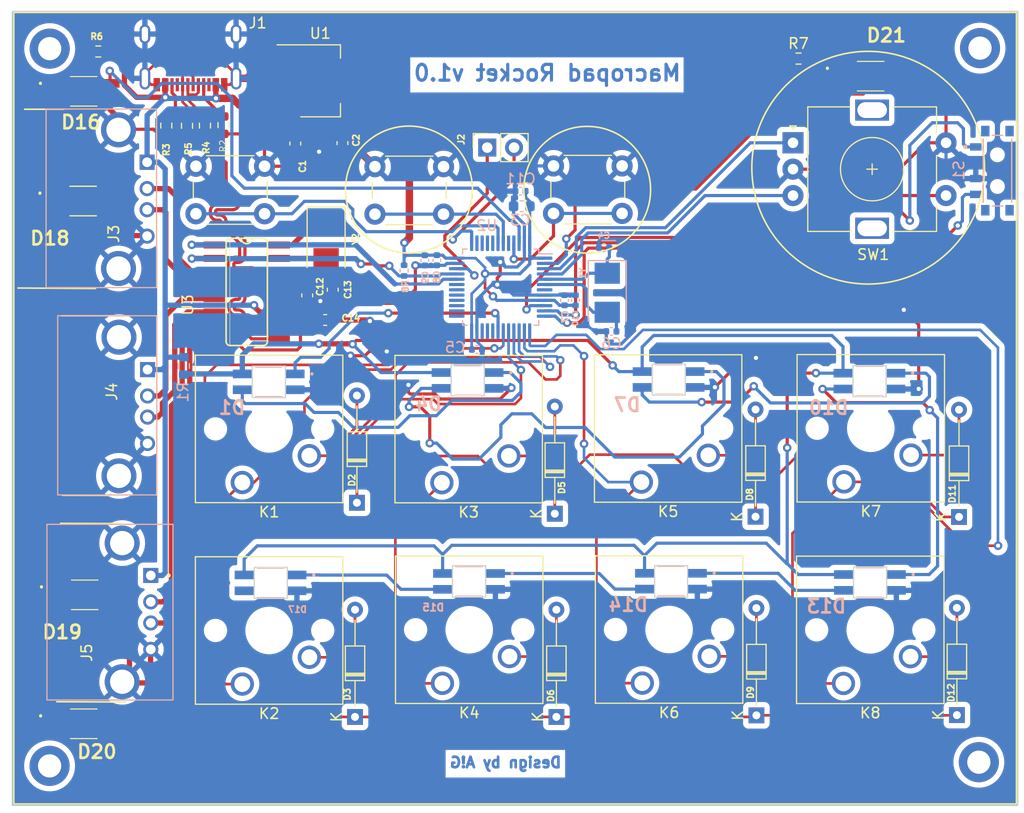
<source format=kicad_pcb>
(kicad_pcb (version 20240108) (generator "pcbnew") (generator_version "8.0")
  (layers (0 "F.Cu" signal) (31 "B.Cu" signal) (34 "B.Paste" user) (35 "F.Paste" user) (36 "B.SilkS" user "B.Silkscreen") (37 "F.SilkS" user "F.Silkscreen") (38 "B.Mask" user) (39 "F.Mask" user) (44 "Edge.Cuts" user))
  (net 0 "")
  (net 1 "+5V")
  (net 2 "GND")
  (net 3 "+3.3V")
  (net 4 "/HSE_OUT")
  (net 5 "/HSE_IN")
  (net 6 "Net-(U3-VDD33)")
  (net 7 "Net-(U3-VDD18)")
  (net 8 "Net-(D1-DOUT)")
  (net 9 "Net-(D1-VDD)")
  (net 10 "/LED")
  (net 11 "/row1")
  (net 12 "Net-(D2-A)")
  (net 13 "/row2")
  (net 14 "Net-(D3-A)")
  (net 15 "Net-(D4-DOUT)")
  (net 16 "Net-(D5-A)")
  (net 17 "Net-(D6-A)")
  (net 18 "Net-(D10-DIN)")
  (net 19 "Net-(D8-A)")
  (net 20 "Net-(D9-A)")
  (net 21 "Net-(D10-DOUT)")
  (net 22 "Net-(D11-A)")
  (net 23 "Net-(D12-A)")
  (net 24 "Net-(D13-DOUT)")
  (net 25 "Net-(D14-DOUT)")
  (net 26 "Net-(D15-DOUT)")
  (net 27 "Net-(D16-VDD)")
  (net 28 "Net-(D16-DOUT)")
  (net 29 "LED4")
  (net 31 "Net-(D18-DOUT)")
  (net 32 "Net-(D19-DOUT)")
  (net 34 "Net-(D21-VDD)")
  (net 36 "Net-(D21-DIN)")
  (net 37 "Net-(J1-CC2)")
  (net 40 "Net-(J1-CC1)")
  (net 41 "Net-(J2-Pin_1)")
  (net 42 "Net-(J2-Pin_2)")
  (net 43 "Net-(J3-D-)")
  (net 44 "Net-(J3-D+)")
  (net 45 "Net-(J4-D-)")
  (net 46 "Net-(J4-D+)")
  (net 47 "Net-(J5-D-)")
  (net 48 "Net-(J5-D+)")
  (net 49 "/col4")
  (net 50 "/col3")
  (net 51 "/col2")
  (net 52 "/col1")
  (net 53 "/usb_N")
  (net 54 "/usb_P")
  (net 55 "/dp4_P")
  (net 56 "/slide1")
  (net 57 "/slide2")
  (net 58 "/a connect")
  (net 59 "/b connect")
  (net 60 "/switch c")
  (net 61 "sw01")
  (net 62 "sw02")
  (net 63 "sw03")
  (net 68 "/dm4_N")
  (net 81 "Net-(U3-XIN)")
  (net 82 "Net-(U3-XOUT)")
  (net 83 "/usbd_P")
  (net 84 "/usbd_N")
  (footprint "Diode_THT:D_DO-34_SOD68_P10.16mm_Horizontal" (layer "F.Cu") (at 118.86 73.9 90)
    (property "Reference" "D11")
    (property "Value" "D" (hide yes))
  )
  (footprint "Rotary_Encoder:RotaryEncoder_Alps_EC11E-Switch_Vertical_H20mm" (layer "F.Cu") (at 103.13 38.45)
    (property "Reference" "SW1")
    (property "Value" "RotaryEncoder_Switch" (hide yes))
  )
  (footprint "Resistor_SMD:R_0603_1608Metric" (layer "F.Cu") (at 43.75 36.82 90)
    (property "Reference" "R3")
    (property "Value" "5K1" (hide yes))
  )
  (footprint "Resistor_SMD:R_0603_1608Metric" (layer "F.Cu") (at 103.65 30.47)
    (property "Reference" "R7")
    (property "Value" "10K")
  )
  (footprint "Diode_THT:D_DO-34_SOD68_P10.16mm_Horizontal" (layer "F.Cu") (at 80.71 92.85 90)
    (property "Reference" "D6")
    (property "Value" "D" (hide yes))
  )
  (footprint "Button_Switch_Keyboard:SW_Cherry_MX_1.00u_PCB" (layer "F.Cu") (at 88.76 70.6 180)
    (property "Reference" "K5")
    (property "Value" "KEYSW" (hide yes))
  )
  (footprint "Button_Switch_Keyboard:SW_Cherry_MX_1.00u_PCB" (layer "F.Cu") (at 107.91 89.68 180)
    (property "Reference" "K8")
    (property "Value" "KEYSW" (hide yes))
  )
  (footprint "Button_Switch_Keyboard:SW_Cherry_MX_1.00u_PCB" (layer "F.Cu") (at 88.85 89.65 180)
    (property "Reference" "K6")
    (property "Value" "KEYSW" (hide yes))
  )
  (footprint "Diode_THT:D_DO-34_SOD68_P10.16mm_Horizontal" (layer "F.Cu") (at 80.56 73.6 90)
    (property "Reference" "D5")
    (property "Value" "D" (hide yes))
  )
  (footprint "Resistor_SMD:R_0603_1608Metric" (layer "F.Cu") (at 37.3 29.8 180)
    (property "Reference" "R6")
    (property "Value" "10K" (hide yes))
  )
  (footprint "Button_Switch_Keyboard:SW_Cherry_MX_1.00u_PCB" (layer "F.Cu") (at 69.86 70.66 180)
    (property "Reference" "K3")
    (property "Value" "KEYSW" (hide yes))
  )
  (footprint "Diode_THT:D_DO-34_SOD68_P10.16mm_Horizontal" (layer "F.Cu") (at 61.81 72.56 90)
    (property "Reference" "D2")
    (property "Value" "D" (hide yes))
  )
  (footprint "Button_Switch_THT:SW_PUSH_6mm" (layer "F.Cu") (at 63.517075 40.712925)
    (property "Reference" "SW3" (hide yes))
    (property "Value" "SW_Push" (hide yes))
  )
  (footprint "Resistor_SMD:R_0603_1608Metric" (layer "F.Cu") (at 45.71 36.84 90)
    (property "Reference" "R5")
    (property "Value" "22R" (hide yes))
  )
  (footprint "USB-A-S-X-X-TH:SAMTEC_USB-A-S-X-X-TH" (layer "F.Cu") (at 39.219235 43.792569 -90)
    (property "Reference" "J3")
    (property "Value" "USB-A-S-X-X-TH" (hide yes))
  )
  (footprint "KiCad:SK6812MINIE" (layer "F.Cu") (at 110.485 32.14)
    (property "Reference" "D21")
    (property "Value" "WS2812B" (hide yes))
  )
  (footprint "KiCad:SK6812MINIE" (layer "F.Cu") (at 35.935 93.5)
    (property "Reference" "D20")
    (property "Value" "WS2812B" (hide yes))
  )
  (footprint "KiCad:SK6812MINIE" (layer "F.Cu") (at 35.87 43.97)
    (property "Reference" "D18")
    (property "Value" "WS2812B" (hide yes))
  )
  (footprint "Diode_THT:D_DO-34_SOD68_P10.16mm_Horizontal" (layer "F.Cu") (at 118.66 92.68 90)
    (property "Reference" "D12")
    (property "Value" "D" (hide yes))
  )
  (footprint "Package_TO_SOT_SMD:SOT-223-3_TabPin2" (layer "F.Cu") (at 58.34 32.58)
    (property "Reference" "U1")
    (property "Value" "AMS1117-3.3" (hide yes))
  )
  (footprint "Button_Switch_THT:SW_PUSH_6mm" (layer "F.Cu") (at 46.557075 40.672925)
    (property "Reference" "SW2" (hide yes))
    (property "Value" "SW_Push" (hide yes))
  )
  (footprint "MountingHole:MountingHole_2.2mm_M2_ISO14580_Pad_TopBottom" (layer "F.Cu") (at 32.69 97.49)
    (property "Reference" "H2" (hide yes))
    (property "Value" "MountingHole" (hide yes))
  )
  (footprint "Capacitor_SMD:C_0603_1608Metric" (layer "F.Cu") (at 59.52 52.37 -90)
    (property "Reference" "C13")
    (property "Value" "10uf" (hide yes))
  )
  (footprint "Connector_PinSocket_2.54mm:PinSocket_1x02_P2.54mm_Vertical" (layer "F.Cu") (at 74.16 38.905 90)
    (property "Reference" "J2")
    (property "Value" "Conn_01x02_Female" (hide yes))
  )
  (footprint "SL2:SO16" (layer "F.Cu") (at 51.37 52.58 -90)
    (property "Reference" "U3")
    (property "Value" "SL2.1A")
  )
  (footprint "Resistor_SMD:R_0603_1608Metric" (layer "F.Cu") (at 47.41 36.82 90)
    (property "Reference" "R4")
    (property "Value" "22R" (hide yes))
  )
  (footprint "Diode_THT:D_DO-34_SOD68_P10.16mm_Horizontal" (layer "F.Cu") (at 99.58 73.88 90)
    (property "Reference" "D8")
    (property "Value" "D" (hide yes))
  )
  (footprint "Capacitor_SMD:C_0603_1608Metric" (layer "F.Cu") (at 58.8 55.24)
    (property "Reference" "C14")
    (property "Value" "10uf" (hide yes))
  )
  (footprint "Capacitor_SMD:C_0603_1608Metric" (layer "F.Cu") (at 57.1 52.91 -90)
    (property "Reference" "C12")
    (property "Value" "10uf" (hide yes))
  )
  (footprint "USB-A-S-X-X-TH:SAMTEC_USB-A-S-X-X-TH" (layer "F.Cu") (at 39.567859 82.948405 -90)
    (property "Reference" "J5")
    (property "Value" "USB-A-S-X-X-TH" (hide yes))
  )
  (footprint "Crystal:Crystal_SMD_5032-2Pin_5.0x3.2mm" (layer "F.Cu") (at 58.89 47.58 -90)
    (property "Reference" "Y2")
    (property "Value" "12MHz" (hide yes))
  )
  (footprint "Capacitor_SMD:C_0603_1608Metric" (layer "F.Cu") (at 55.97 38.52 -90)
    (property "Reference" "C1")
    (property "Value" "1u" (hide yes))
  )
  (footprint "MountingHole:MountingHole_2.2mm_M2_ISO14580_Pad_TopBottom" (layer "F.Cu") (at 32.7 29.53)
    (property "Reference" "H1" (hide yes))
    (property "Value" "MountingHole" (hide yes))
  )
  (footprint "MountingHole:MountingHole_2.2mm_M2_ISO14580_Pad_TopBottom" (layer "F.Cu") (at 120.85 29.48)
    (property "Reference" "H4" (hide yes))
    (property "Value" "MountingHole" (hide yes))
  )
  (footprint "Connector_USB:USB_C_Receptacle_G-Switch_GT-USB-7010ASV" (layer "F.Cu") (at 46.04 29.22 180)
    (property "Reference" "J1")
    (property "Value" "USB_C_Receptacle_USB2.0" (hide yes))
  )
  (footprint "Resistor_SMD:R_0603_1608Metric" (layer "F.Cu") (at 49.17 36.78 90)
    (property "Reference" "R2")
    (property "Value" "5K1" (hide yes))
  )
  (footprint "Capacitor_SMD:C_0603_1608Metric" (layer "F.Cu") (at 60.44 38.48 -90)
    (property "Reference" "C2")
    (property "Value" "1u" (hide yes))
  )
  (footprint "Diode_THT:D_DO-34_SOD68_P10.16mm_Horizontal" (layer "F.Cu") (at 61.63 92.85 90)
    (property "Reference" "D3")
    (property "Value" "D" (hide yes))
  )
  (footprint "Diode_THT:D_DO-34_SOD68_P10.16mm_Horizontal" (layer "F.Cu") (at 99.66 92.7 90)
    (property "Reference" "D9")
    (property "Value" "D" (hide yes))
  )
  (footprint "Button_Switch_Keyboard:SW_Cherry_MX_1.00u_PCB" (layer "F.Cu") (at 50.95 70.64 180)
    (property "Reference" "K1")
    (property "Value" "KEYSW" (hide yes))
  )
  (footprint "KiCad:SK6812MINIE" (layer "F.Cu") (at 36.015 81.28)
    (property "Reference" "D19")
    (property "Value" "WS2812B" (hide yes))
  )
  (footprint "Button_Switch_Keyboard:SW_Cherry_MX_1.00u_PCB" (layer "F.Cu") (at 50.95 89.74 180)
    (property "Reference" "K2")
    (property "Value" "KEYSW" (hide yes))
  )
  (footprint "Button_Switch_THT:SW_PUSH_6mm" (layer "F.Cu") (at 80.437075 40.642925)
    (property "Reference" "SW4" (hide yes))
    (property "Value" "SW_Push" (hide yes))
  )
  (footprint "Button_Switch_Keyboard:SW_Cherry_MX_1.00u_PCB" (layer "F.Cu") (at 69.91 89.67 180)
    (property "Reference" "K4")
    (property "Value" "KEYSW" (hide yes))
  )
  (footprint "Button_Switch_Keyboard:SW_Cherry_MX_1.00u_PCB" (layer "F.Cu") (at 107.96 70.58 180)
    (property "Reference" "K7")
    (property "Value" "KEYSW" (hide yes))
  )
  (footprint "USB-A-S-X-X-TH:SAMTEC_USB-A-S-X-X-TH" (layer "F.Cu") (at 39.26 63.44 -90)
    (property "Reference" "J4")
    (property "Value" "USB-A-S-X-X-TH" (hide yes))
  )
  (footprint "KiCad:SK6812MINIE" (layer "F.Cu") (at 35.92 33.57)
    (property "Reference" "D16")
    (property "Value" "WS2812B" (hide yes))
  )
  (footprint "MountingHole:MountingHole_2.2mm_M2_ISO14580_Pad_TopBottom" (layer "F.Cu") (at 120.74 97.14)
    (property "Reference" "H3" (hide yes))
    (property "Value" "MountingHole" (hide yes))
  )
  (footprint "Capacitor_SMD:C_0402_1005Metric" (layer "B.Cu") (at 69.38 49.58 -90)
    (property "Reference" "C8")
    (property "Value" "100n" (hide yes))
  )
  (footprint "Capacitor_SMD:C_0402_1005Metric" (layer "B.Cu") (at 82.52 53.38 90)
    (property "Reference" "C10")
    (property "Value" "1u" (hide yes))
  )
  (footprint "Package_QFP:LQFP-48_7x7mm_P0.5mm" (layer "B.Cu") (at 75.43 52.13 180)
    (property "Reference" "U2")
    (property "Value" "STM32F103C8T6" (hide yes))
  )
  (footprint "KiCad:SK6812MINIE" (layer "B.Cu") (at 72.295 60.97 180)
    (property "Reference" "D4")
    (property "Value" "WS2812B" (hide yes))
    (fp_rect (start -1.580712 1.508568) (end 1.55447 -1.467511) (stroke (width 0.12)) (fill none) (layer "Edge.Cuts"))
  )
  (footprint "KiCad:SK6812MINIE" (layer "B.Cu") (at 91.565 79.99 180)
    (property "Reference" "D14")
    (property "Value" "WS2812B" (hide yes))
    (fp_rect (start -1.572852 1.476419) (end 1.548958 -1.506257) (stroke (width 0.12)) (fill none) (layer "Edge.Cuts"))
  )
  (footprint "Resistor_SMD:R_0603_1608Metric" (layer "B.Cu") (at 45.41 59.59 -90)
    (property "Reference" "R1")
    (property "Value" "10K" (hide yes))
  )
  (footprint "Capacitor_SMD:C_0603_1608Metric" (layer "B.Cu") (at 77.43 44.46 180)
    (property "Reference" "C3")
    (property "Value" "4u7" (hide yes))
  )
  (footprint "Capacitor_SMD:C_0402_1005Metric" (layer "B.Cu") (at 73.18 58.04)
    (property "Reference" "C5")
    (property "Value" "100n" (hide yes))
  )
  (footprint "Capacitor_SMD:C_0402_1005Metric" (layer "B.Cu") (at 68.24 49.59 -90)
    (property "Reference" "C9")
    (property "Value" "100n" (hide yes))
  )
  (footprint "1437575-1:SW_MLL1200S" (layer "B.Cu") (at 122.5 41.09 -90)
    (property "Reference" "S1")
    (property "Value" "EG1215AA" (hide yes))
  )
  (footprint "KiCad:SK6812MINIE" (layer "B.Cu") (at 53.625 80.15 180)
    (property "Reference" "D17")
    (property "Value" "WS2812B" (hide yes))
    (fp_rect (start -1.581548 1.467325) (end 1.540262 -1.471872) (stroke (width 0.12)) (fill none) (layer "Edge.Cuts"))
  )
  (footprint "KiCad:SK6812MINIE" (layer "B.Cu") (at 53.45 61.1 180)
    (property "Reference" "D1")
    (property "Value" "WS2812B" (hide yes))
    (fp_rect (start -1.590244 1.480568) (end 1.557654 -1.493413) (stroke (width 0.12)) (fill none) (layer "Edge.Cuts"))
  )
  (footprint "Resistor_SMD:R_0402_1005Metric" (layer "B.Cu") (at 66.28 50.56 -90)
    (property "Reference" "R8")
    (property "Value" "1k5" (hide yes))
  )
  (footprint "KiCad:SK6812MINIE" (layer "B.Cu") (at 110.42 80.11 180)
    (property "Reference" "D13")
    (property "Value" "WS2812B" (hide yes))
    (fp_rect (start -1.581548 1.474146) (end 1.548958 -1.465051) (stroke (width 0.12)) (fill none) (layer "Edge.Cuts"))
  )
  (footprint "Capacitor_SMD:C_0402_1005Metric" (layer "B.Cu") (at 81.48 53.37 90)
    (property "Reference" "C7")
    (property "Value" "100n" (hide yes))
  )
  (footprint "Crystal:Crystal_SMD_5032-2Pin_5.0x3.2mm" (layer "B.Cu") (at 85.53 52.66 -90)
    (property "Reference" "Y1")
    (property "Value" "8MHz" (hide yes))
  )
  (footprint "Capacitor_SMD:C_0402_1005Metric" (layer "B.Cu") (at 85.22 48.39 180)
    (property "Reference" "C4")
    (property "Value" "30p" (hide yes))
  )
  (footprint "Capacitor_SMD:C_0402_1005Metric" (layer "B.Cu") (at 77.31 43.03 180)
    (property "Reference" "C11")
    (property "Value" "100n" (hide yes))
  )
  (footprint "KiCad:SK6812MINIE" (layer "B.Cu") (at 110.37 61.03 180)
    (property "Reference" "D10")
    (property "Value" "WS2812B" (hide yes))
    (fp_rect (start -1.581548 1.47281) (end 1.548958 -1.475083) (stroke (width 0.12)) (fill none) (layer "Edge.Cuts"))
  )
  (footprint "KiCad:SK6812MINIE" (layer "B.Cu") (at 72.43 80.01 180)
    (property "Reference" "D15")
    (property "Value" "WS2812B" (hide yes))
    (fp_rect (start -1.572852 1.487602) (end 1.56635 -1.477683) (stroke (width 0.12)) (fill none) (layer "Edge.Cuts"))
  )
  (footprint "Capacitor_SMD:C_0402_1005Metric" (layer "B.Cu") (at 85.92 56.32 180)
    (property "Reference" "C6")
    (property "Value" "30p" (hide yes))
  )
  (footprint "KiCad:SK6812MINIE" (layer "B.Cu") (at 91.34 60.88 180)
    (property "Reference" "D7")
    (property "Value" "WS2812B" (hide yes))
    (fp_rect (start -1.581548 1.45952) (end 1.540262 -1.470981) (stroke (width 0.12)) (fill none) (layer "Edge.Cuts"))
  )
  (gr_circle (center 110.254716 40.81) (end 102.884716 49.01) (stroke (width 0.15)) (fill none) (layer "F.SilkS"))
  (gr_line (start 29.7 52.21) (end 37.04 52.26) (stroke (width 0.15)) (layer "F.SilkS"))
  (gr_line (start 30.32 35.27) (end 34.02 35.27) (stroke (width 0.15)) (layer "F.SilkS"))
  (gr_line (start 33.37 91.41) (end 39.87 91.44) (stroke (width 0.15)) (layer "F.SilkS"))
  (gr_line (start 33.72 74.51) (end 39.61 74.53) (stroke (width 0.15)) (layer "F.SilkS"))
  (gr_circle (center 83.63 42.9) (end 86.72 48.05) (stroke (width 0.15)) (fill none) (layer "F.SilkS"))
  (gr_rect (start 29.3 26.1) (end 124.302336 101.101399) (stroke (width 0.15)) (fill none) (layer "F.SilkS"))
  (gr_line (start 33.87 54.84) (end 39.8 54.84) (stroke (width 0.15)) (layer "F.SilkS"))
  (gr_line (start 33.93 71.85) (end 39.11 71.86) (stroke (width 0.15)) (layer "F.SilkS"))
  (gr_circle (center 66.74 42.882925) (end 68.48 48.642925) (stroke (width 0.15)) (fill none) (layer "F.SilkS"))
  (gr_rect (start 29.14 25.98) (end 124.45 101.25) (stroke (width 0.1)) (fill none) (layer "Edge.Cuts"))
  (gr_text "Macropad Rocket v1.0" (at 79.85 31.84 0) (layer "B.Cu") (effects (font (size 1.5 1.5) (thickness 0.3)) (justify mirror)))
  (gr_text "Design by A!G" (at 75.9 97.17 0) (layer "B.Cu") (effects (font (size 1 1) (thickness 0.25)) (justify mirror)))
  (segment (start 40.93 34.14) (end 39.78 32.99) (width 0.5) (layer "F.Cu") (net 1))
  (segment (start 50.67 34.88) (end 50.03 34.24) (width 0.7) (layer "F.Cu") (net 1))
  (segment (start 48.44 34.23) (end 48.45 34.24) (width 0.5) (layer "F.Cu") (net 1))
  (segment (start 52.27 54.16) (end 52.06 53.95) (width 0.5) (layer "F.Cu") (net 1))
  (segment (start 49.1 29.62) (end 49.77 30.29) (width 0.5) (layer "F.Cu") (net 1))
  (segment (start 98.39 28.63) (end 100.23 30.47) (width 0.5) (layer "F.Cu") (net 1))
  (segment (start 56.68 55.24) (end 58.025 55.24) (width 0.5) (layer "F.Cu") (net 1))
  (segment (start 55.19 34.88) (end 50.67 34.88) (width 0.7) (layer "F.Cu") (net 1))
  (segment (start 51.64 30.29) (end 53.3 28.63) (width 0.5) (layer "F.Cu") (net 1))
  (segment (start 40.4 30.48) (end 39.72 29.8) (width 0.5) (layer "F.Cu") (net 1))
  (segment (start 43.65 34.14) (end 40.93 34.14) (width 0.5) (layer "F.Cu") (net 1))
  (segment (start 55.925 54.485) (end 56.68 55.24) (width 0.5) (layer "F.Cu") (net 1))
  (segment (start 53.3 28.63) (end 98.39 28.63) (width 0.5) (layer "F.Cu") (net 1))
  (segment (start 52.06 53.95) (end 52.06 53.84) (width 0.5) (layer "F.Cu") (net 1))
  (segment (start 40.4 30.48) (end 42.03 30.48) (width 0.5) (layer "F.Cu") (net 1))
  (segment (start 48.44 32.945) (end 48.44 34.23) (width 0.5) (layer "F.Cu") (net 1))
  (segment (start 55.19 36.32) (end 55.19 34.88) (width 0.7) (layer "F.Cu") (net 1))
  (segment (start 49.77 30.29) (end 51.64 30.29) (width 0.5) (layer "F.Cu") (net 1))
  (segment (start 39.78 31.1) (end 40.4 30.48) (width 0.5) (layer "F.Cu") (net 1))
  (segment (start 43.64 34.13) (end 43.65 34.14) (width 0.5) (layer "F.Cu") (net 1))
  (segment (start 52.595 54.485) (end 52.27 54.16) (width 0.5) (layer "F.Cu") (net 1))
  (segment (start 39.72 29.8) (end 38.125 29.8) (width 0.5) (layer "F.Cu") (net 1))
  (segment (start 55.97 37.745) (end 55.97 37.1) (width 0.7) (layer "F.Cu") (net 1))
  (segment (start 42.03 30.48) (end 42.89 29.62) (width 0.5) (layer "F.Cu") (net 1))
  (segment (start 43.64 32.945) (end 43.64 34.13) (width 0.5) (layer "F.Cu") (net 1))
  (segment (start 55.97 37.1) (end 55.19 36.32) (width 0.7) (layer "F.Cu") (net 1))
  (segment (start 54.4434 54.485) (end 52.595 54.485) (width 0.5) (layer "F.Cu") (net 1))
  (segment (start 54.4434 54.485) (end 55.925 54.485) (width 0.5) (layer "F.Cu") (net 1))
  (segment (start 39.78 32.99) (end 39.78 31.1) (width 0.5) (layer "F.Cu") (net 1))
  (segment (start 50.03 34.24) (end 48.45 34.24) (width 0.7) (layer "F.Cu") (net 1))
  (segment (start 100.23 30.47) (end 102.825 30.47) (width 0.5) (layer "F.Cu") (net 1))
  (segment (start 42.89 29.62) (end 49.1 29.62) (width 0.5) (layer "F.Cu") (net 1))
  (via (at 48.45 34.24) (size 0.8) (drill 0.4) (layers "F.Cu" "B.Cu") (net 1))
  (via (at 43.65 34.14) (size 0.8) (drill 0.4) (layers "F.Cu" "B.Cu") (net 1))
  (via (at 52.06 53.84) (size 0.8) (drill 0.4) (layers "F.Cu" "B.Cu") (net 1))
  (segment (start 43.75 34.24) (end 43.65 34.14) (width 0.5) (layer "B.Cu") (net 1))
  (segment (start 43.765 58.765) (end 43.64 58.64) (width 0.5) (layer "B.Cu") (net 1))
  (segment (start 41.929235 35.850765) (end 41.929235 40.292569) (width 0.5) (layer "B.Cu") (net 1))
  (segment (start 48.45 34.24) (end 43.75 34.24) (width 0.5) (layer "B.Cu") (net 1))
  (segment (start 43.65 34.14) (end 43.64 34.14) (width 0.5) (layer "B.Cu") (net 1))
  (segment (start 43.33 59.94) (end 41.97 59.94) (width 0.5) (layer "B.Cu") (net 1))
  (segment (start 43.002569 40.292569) (end 43.64 40.93) (width 0.5) (layer "B.Cu") (net 1))
  (segment (start 43.64 34.14) (end 41.929235 35.850765) (width 0.5) (layer "B.Cu") (net 1))
  (segment (start 41.929235 40.292569) (end 43.002569 40.292569) (width 0.5) (layer "B.Cu") (net 1))
  (segment (start 43.371595 79.448405) (end 42.277859 79.448405) (width 0.5) (layer "B.Cu") (net 1))
  (segment (start 43.64 58.64) (end 43.64 59.63) (width 0.5) (layer "B.Cu") (net 1))
  (segment (start 45.41 58.765) (end 43.765 58.765) (width 0.5) (layer "B.Cu") (net 1))
  (segment (start 52.06 53.84) (end 43.66 53.84) (width 0.5) (layer "B.Cu") (net 1))
  (segment (start 43.64 79.18) (end 43.371595 79.448405) (width 0.5) (layer "B.Cu") (net 1))
  (segment (start 43.64 53.82) (end 43.64 58.64) (width 0.5) (layer "B.Cu") (net 1))
  (segment (start 43.64 59.63) (end 43.64 79.18) (width 0.5) (layer "B.Cu") (net 1))
  (segment (start 43.64 40.93) (end 43.64 53.82) (width 0.5) (layer "B.Cu") (net 1))
  (segment (start 43.66 53.84) (end 43.64 53.82) (width 0.5) (layer "B.Cu") (net 1))
  (segment (start 43.64 59.63) (end 43.33 59.94) (width 0.5) (layer "B.Cu") (net 1))
  (segment (start 76.45 61.67) (end 75.390001 62.729999) (width 0.3) (layer "F.Cu") (net 2))
  (segment (start 42.52 37.17) (end 39.6475 37.17) (width 0.3) (layer "F.Cu") (net 2))
  (segment (start 75.39 50.97) (end 75.11 51.25) (width 0.3) (layer "F.Cu") (net 2))
  (segment (start 58.645 53.145) (end 58.345 53.445) (width 0.5) (layer "F.Cu") (net 2))
  (segment (start 113.19 40.95) (end 115.69 38.45) (width 0.3) (layer "F.Cu") (net 2))
  (segment (start 69.691753 62.729999) (end 69.211754 62.25) (width 0.3) (layer "F.Cu") (net 2))
  (segment (start 98.51 58.83) (end 99.62 58.83) (width 0.3) (layer "F.Cu") (net 2))
  (segment (start 43.75 37.645) (end 43.015 37.645) (width 0.3) (layer "F.Cu") (net 2))
  (segment (start 55.97 39.295) (end 58.225 39.295) (width 0.7) (layer "F.Cu") (net 2))
  (segment (start 75.11 51.25) (end 75.11 51.89) (width 0.3) (layer "F.Cu") (net 2))
  (segment (start 55.557075 40.672925) (end 55.97 40.26) (width 0.3) (layer "F.Cu") (net 2))
  (segment (start 55.835 53.215) (end 56.305 53.685) (width 0.5) (layer "F.Cu") (net 2))
  (segment (start 55.19 30.28) (end 53.45 30.28) (width 0.7) (layer "F.Cu") (net 2))
  (segment (start 56.305 53.685) (end 57.1 53.685) (width 0.5) (layer "F.Cu") (net 2))
  (segment (start 39.56 47.24) (end 42.3575 47.24) (width 0.5) (layer "F.Cu") (net 2))
  (segment (start 38.515 82.03) (end 40 82.03) (width 0.5) (layer "F.Cu") (net 2))
  (segment (start 42.255 89.865) (end 42.02 89.63) (width 0.5) (layer "F.Cu") (net 2))
  (segment (start 38.37 46.05) (end 39.56 47.24) (width 0.5) (layer "F.Cu") (net 2))
  (segment (start 67.35 52.35) (end 66.04 53.66) (width 0.3) (layer "F.Cu") (net 2))
  (segment (start 61.19 58.63) (end 62.57 58.63) (width 0.3) (layer "F.Cu") (net 2))
  (segment (start 53.057075 38.877075) (end 53.057075 40.672925) (width 0.3) (layer "F.Cu") (net 2))
  (segment (start 41.72 31.93) (end 41.72 32.345) (width 0.25) (layer "F.Cu") (net 2))
  (segment (start 51.785 37.605) (end 53.057075 38.877075) (width 0.3) (layer "F.Cu") (net 2))
  (segment (start 95.73 61.61) (end 98.51 58.83) (width 0.3) (layer "F.Cu") (net 2))
  (segment (start 48.72 30.34) (end 43.31 30.34) (width 0.25) (layer "F.Cu") (net 2))
  (segment (start 117.63 35.36) (end 117.63 38.45) (width 0.3) (layer "F.Cu") (net 2))
  (segment (start 59.575 55.24) (end 62.9405 55.24) (width 0.5) (layer "F.Cu") (net 2))
  (segment (start 66.69 62.09) (end 66.69 61.39) (width 0.3) (layer "F.Cu") (net 2))
  (segment (start 75.39 49.75) (end 75.39 50.97) (width 0.3) (layer "F.Cu") (net 2))
  (segment (start 40 82.03) (end 40.26 82.29) (width 0.5) (layer "F.Cu") (net 2))
  (segment (start 38.37 44.72) (end 38.37 46.05) (width 0.5) (layer "F.Cu") (net 2))
  (segment (start 38.42 34.32) (end 38.42 35.3) (width 0.5) (layer "F.Cu") (net 2))
  (segment (start 112.985 32.89) (end 115.16 32.89) (width 0.3) (layer "F.Cu") (net 2))
  (segment (start 42.32 32.945) (end 41.72 32.345) (width 0.25) (layer "F.Cu") (net 2))
  (segment (start 40.26 82.29) (end 40.26 88.92) (width 0.5) (layer "F.Cu") (net 2))
  (segment (start 58.105 53.685) (end 57.1 53.685) (width 0.5) (layer "F.Cu") (net 2))
  (segment (start 115.04 55.69) (end 113.63 54.28) (width 0.3) (layer "F.Cu") (net 2))
  (segment (start 38.435 94.25) (end 41.44 94.25) (width 0.5) (layer "F.Cu") (net 2))
  (segment (start 66.04 53.66) (end 59.6 53.66) (width 0.3) (layer "F.Cu") (net 2))
  (segment (start 66.85 62.25) (end 66.69 62.09) (width 0.3) (layer "F.Cu") (net 2))
  (segment (start 54.4434 53.215) (end 55.835 53.215) (width 0.5) (layer "F.Cu") (net 2))
  (segment (start 62.57 58.63) (end 62.98 58.22) (width 0.3) (layer "F.Cu") (net 2))
  (segment (start 115.04 61.77) (end 115.04 55.69) (width 0.3) (layer "F.Cu") (net 2))
  (segment (start 55.97 40.26) (end 55.97 39.295) (width 0.3) (layer "F.Cu") (net 2))
  (segment (start 43.015 37.645) (end 42.53 37.16) (width 0.3) (layer "F.Cu") (net 2))
  (segment (start 75.390001 62.729999) (end 69.691753 62.729999) (width 0.3) (layer "F.Cu") (net 2))
  (segment (start 39.6475 36.5275) (end 39.6475 37.17) (width 0.5) (layer "F.Cu") (net 2))
  (segment (start 42.53 37.16) (end 42.52 37.17) (width 0.3) (layer "F.Cu") (net 2))
  (segment (start 42.84 32.945) (end 42.32 32.945) (width 0.25) (layer "F.Cu") (net 2))
  (segment (start 38.42 35.3) (end 39.6475 36.5275) (width 0.5) (layer "F.Cu") (net 2))
  (segment (start 58.345 53.445) (end 58.105 53.685) (width 0.5) (layer "F.Cu") (net 2))
  (segment (start 42.26 86.56) (end 42.26 89.86) (width 0.5) (layer "F.Cu") (net 2))
  (segment (start 42.55 93.14) (end 42.55 90.16) (width 0.5) (layer "F.Cu") (net 2))
  (segment (start 40.26 88.92) (end 39.55 89.63) (width 0.5) (layer "F.Cu") (net 2))
  (segment (start 59.575 53.2) (end 59.52 53.145) (width 0.5) (layer "F.Cu") (net 2))
  (segment (start 59.575 55.24) (end 59.575 53.635) (width 0.5) (layer "F.Cu") (net 2))
  (segment (start 59.575 53.635) (end 59.575 53.2) (width 0.5) (layer "F.Cu") (net 2))
  (segment (start 43.31 30.34) (end 41.72 31.93) (width 0.25) (layer "F.Cu") (net 2))
  (segment (start 49.24 32.945) (end 49.76 32.945) (width 0.25) (layer "F.Cu") (net 2))
  (segment (start 42.55 90.16) (end 42.255 89.865) (width 0.5) (layer "F.Cu") (net 2))
  (segment (start 42.26 89.86) (end 42.255 89.865) (width 0.5) (layer "F.Cu") (net 2))
  (segment (start 59.52 53.145) (end 58.645 53.145) (width 0.5) (layer "F.Cu") (net 2))
  (segment (start 103.13 40.95) (end 113.19 40.95) (width 0.3) (layer "F.Cu") (net 2))
  (segment (start 51.385 32.345) (end 50.36 32.345) (width 0.7) (layer "F.Cu") (net 2))
  (segment (start 49.17 37.605) (end 51.785 37.605) (width 0.3) (layer "F.Cu") (net 2))
  (segment (start 67.35 50.07) (end 67.35 52.35) (width 0.3) (layer "F.Cu") (net 2))
  (segment (start 50.36 32.345) (end 50.36 31.98) (width 0.25) (layer "F.Cu") (net 2))
  (segment (start 115.69 38.45) (end 117.63 38.45) (width 0.3) (layer "F.Cu") (net 2))
  (segment (start 58.225 39.295) (end 60.4 39.295) (width 0.7) (layer "F.Cu") (net 2))
  (segment (start 59.6 53.66) (end 59.575 53.635) (width 0.3) (layer "F.Cu") (net 2))
  (segment (start 62.05915 39.255) (end 63.517075 40.712925) (width 0.7) (layer "F.Cu") (net 2))
  (segment (start 49.76 32.945) (end 50.36 32.345) (width 0.25) (layer "F.Cu") (net 2))
  (segment (start 50.36 31.98) (end 48.72 30.34) (width 0.25) (layer "F.Cu") (net 2))
  (segment (start 69.211754 62.25) (end 66.85 62.25) (width 0.3) (layer "F.Cu") (net 2))
  (segment (start 53.45 30.28) (end 51.385 32.345) (width 0.7) (layer "F.Cu") (net 2))
  (segment (start 41.44 94.25) (end 42.55 93.14) (width 0.5) (layer "F.Cu") (net 2))
  (segment (start 62.98 58.22) (end 64.64 58.22) (width 0.3) (layer "F.Cu") (net 2))
  (segment (start 60.4 39.295) (end 60.44 39.255) (width 0.7) (layer "F.Cu") (net 2))
  (segment (start 53.057075 40.672925) (end 55.557075 40.672925) (width 0.3) (layer "F.Cu") (net 2))
  (segment (start 115.16 32.89) (end 117.63 35.36) (width 0.3) (layer "F.Cu") (net 2))
  (segment (start 62.9405 55.24) (end 63.04 55.3395) (width 0.5) (layer "F.Cu") (net 2))
  (segment (start 60.44 39.255) (end 62.05915 39.255) (width 0.7) (layer "F.Cu") (net 2))
  (segment (start 42.02 89.63) (end 39.55 89.63) (width 0.5) (layer "F.Cu") (net 2))
  (via (at 115.04 61.77) (size 0.8) (drill 0.4) (layers "F.Cu" "B.Cu") (net 2))
  (via (at 75.11 51.89) (size 0.8) (drill 0.4) (layers "F.Cu" "B.Cu") (net 2))
  (via (at 64.64 58.22) (size 0.8) (drill 0.4) (layers "F.Cu" "B.Cu") (net 2))
  (via (at 67.35 50.07) (size 0.8) (drill 0.4) (layers "F.Cu" "B.Cu") (net 2))
  (via (at 58.345 53.445) (size 0.8) (drill 0.4) (layers "F.Cu" "B.Cu") (net 2))
  (via (at 63.04 55.3395) (size 0.8) (drill 0.4) (layers "F.Cu" "B.Cu") (net 2))
  (via (at 99.62 58.83) (size 0.8) (drill 0.4) (layers "F.Cu" "B.Cu") (net 2))
  (via (at 76.45 61.67) (size 0.8) (drill 0.4) (layers "F.Cu" "B.Cu") (net 2))
  (via (at 113.63 54.28) (size 0.8) (drill 0.4) (layers "F.Cu" "B.Cu") (net 2))
  (via (at 95.73 61.61) (size 0.8) (drill 0.4) (layers "F.Cu" "B.Cu") (net 2))
  (via (at 61.19 58.63) (size 0.8) (drill 0.4) (layers "F.Cu" "B.Cu") (net 2))
  (via (at 75.39 49.75) (size 0.8) (drill 0.4) (layers "F.Cu" "B.Cu") (net 2))
  (via (at 58.225 39.295) (size 0.8) (drill 0.4) (layers "F.Cu" "B.Cu") (net 2))
  (via (at 66.69 61.39) (size 0.8) (drill 0.4) (layers "F.Cu" "B.Cu") (net 2))
  (segment (start 74.6 51.89) (end 73.18 53.31) (width 0.3) (layer "B.Cu") (net 2))
  (segment (start 86.85 57.52) (end 85.69 57.52) (width 0.3) (layer "B.Cu") (net 2))
  (segment (start 77.68 47.9675) (end 77.68 46.182894) (width 0.3) (layer "B.Cu") (net 2))
  (segment (start 73.42 58.94) (end 65.36 58.94) (width 0.25) (layer "B.Cu") (net 2))
  (segment (start 85.44 57.27) (end 85.44 56.32) (width 0.3) (layer "B.Cu") (net 2))
  (segment (start 112.87 61.78) (end 115.03 61.78) (width 0.3) (layer "B.Cu") (net 2))
  (segment (start 76.83 41.81) (end 77.997075 40.642925) (width 0.3) (layer "B.Cu") (net 2))
  (segment (start 81.48 52.89) (end 82.51 52.89) (width 0.3) (layer "B.Cu") (net 2))
  (segment (start 119.16 41.84) (end 117.63 40.31) (width 0.3) (layer "B.Cu") (net 2))
  (segment (start 76.83 43.03) (end 76.83 43.54) (width 0.3) (layer "B.Cu") (net 2))
  (segment (start 84.74 47.76) (end 84.94 47.56) (width 0.3) (layer "B.Cu") (net 2))
  (segment (start 93.84 61.63) (end 95.71 61.63) (width 0.3) (layer "B.Cu") (net 2))
  (segment (start 76.65 52.88) (end 75.66 51.89) (width 0.3) (layer "B.Cu") (net 2))
  (segment (start 76.4 50.22) (end 75.86 50.22) (width 0.3) (layer "B.Cu") (net 2))
  (segment (start 68.24 50.07) (end 67.35 50.07) (width 0.3) (layer "B.Cu") (net 2))
  (segment (start 73.18 53.31) (end 73.18 56.2925) (width 0.3) (layer "B.Cu") (net 2))
  (segment (start 88.11 48.27) (end 88.11 56.26) (width 0.3) (layer "B.Cu") (net 2))
  (segment (start 73.18 57.28) (end 73.66 57.76) (width 0.25) (layer "B.Cu") (net 2))
  (segment (start 77.68 47.9675) (end 77.68 49.530661) (width 0.3) (layer "B.Cu") (net 2))
  (segment (start 66.69 61.39) (end 63.95 61.39) (width 0.3) (layer "B.Cu") (net 2))
  (segment (start 76.990661 50.22) (end 76.4 50.22) (width 0.3) (layer "B.Cu") (net 2))
  (segment (start 88.11 56.26) (end 86.85 57.52) (width 0.3) (layer "B.Cu") (net 2))
  (segment (start 82.51 52.89) (end 82.52 52.9) (width 0.3) (layer "B.Cu") (net 2))
  (segment (start 75.66 51.89) (end 75.11 51.89) (width 0.3) (layer "B.Cu") (net 2))
  (segment (start 75.11 51.89) (end 74.6 51.89) (width 0.3) (layer "B.Cu") (net 2))
  (segment (start 76.65 44.455) (end 76.655 44.46) (width 0.3) (layer "B.Cu") (net 2))
  (segment (start 76.655 45.157894) (end 76.655 44.46) (width 0.3) (layer "B.Cu") (net 2))
  (segment (start 84.94 47.56) (end 87.4 47.56) (width 0.3) (layer "B.Cu") (net 2))
  (segment (start 81.47 52.88) (end 81.48 52.89) (width 0.3) (layer "B.Cu") (net 2))
  (segment (start 68.25 50.06) (end 68.24 50.07) (width 0.3) (layer "B.Cu") (net 2))
  (segment (start 63.95 61.39) (end 61.19 58.63) (width 0.3) (layer "B.Cu") (net 2))
  (segment (start 79.5925 52.88) (end 76.65 52.88) (width 0.3) (layer "B.Cu") (net 2))
  (segment (start 120.45 41.84) (end 119.16 41.84) (width 0.3) (layer "B.Cu") (net 2))
  (segment (start 77.997075 40.642925) (end 80.437075 40.642925) (width 0.3) (layer "B.Cu") (net 2))
  (segment (start 95.71 61.63) (end 95.73 61.61) (width 0.3) (layer "B.Cu") (net 2))
  (segment (start 76.65 43.72) (end 76.65 44.455) (width 0.3) (layer "B.Cu") (net 2))
  (segment (start 74.795 61.72) (end 76.4 61.72) (width 0.3) (layer "B.Cu") (net 2))
  (segment (start 77.68 46.182894) (end 76.655 45.157894) (width 0.3) (layer "B.Cu") (net 2))
  (segment (start 70.33 49.88) (end 70.15 50.06) (width 0.3) (layer "B.Cu") (net 2))
  (segment (start 76.4 61.72) (end 76.45 61.67) (width 0.3) (layer "B.Cu") (net 2))
  (segment (start 73.66 58.04) (end 73.66 58.7) (width 0.25) (layer "B.Cu") (net 2))
  (segment (start 76.83 43.54) (end 76.65 43.72) (width 0.3) (layer "B.Cu") (net 2))
  (segment (start 77.68 49.530661) (end 77.19033 50.020331) (width 0.3) (layer "B.Cu") (net 2))
  (segment (start 71.2675 49.88) (end 70.33 49.88) (width 0.3) (layer "B.Cu") (net 2))
  (segment (start 85.69 57.52) (end 85.44 57.27) (width 0.3) (layer "B.Cu") (net 2))
  (segment (start 84.74 48.39) (end 84.74 47.76) (width 0.3) (layer "B.Cu") (net 2))
  (segment (start 76.83 43.03) (end 76.83 41.81) (width 0.3) (layer "B.Cu") (net 2))
  (segment (start 117.63 40.31) (end 117.63 38.45) (width 0.3) (layer "B.Cu") (net 2))
  (segment (start 75.86 50.22) (end 75.39 49.75) (width 0.3) (layer "B.Cu") (net 2))
  (segment (start 73.66 58.7) (end 73.42 58.94) (width 0.25) (layer "B.Cu") (net 2))
  (segment (start 115.03 61.78) (end 115.04 61.77) (width 0.3) (layer "B.Cu") (net 2))
  (segment (start 77.19033 50.020331) (end 76.990661 50.22) (width 0.3) (layer "B.Cu") (net 2))
  (segment (start 73.66 57.76) (end 73.66 58.04) (width 0.25) (layer "B.Cu") (net 2))
  (segment (start 69.38 50.06) (end 68.25 50.06) (width 0.3) (layer "B.Cu") (net 2))
  (segment (start 65.36 58.94) (end 64.64 58.22) (width 0.25) (layer "B.Cu") (net 2))
  (segment (start 70.15 50.06) (end 69.38 50.06) (width 0.3) (layer "B.Cu") (net 2))
  (segment (start 73.18 56.2925) (end 73.18 57.28) (width 0.25) (layer "B.Cu") (net 2))
  (segment (start 79.5925 52.88) (end 81.47 52.88) (width 0.3) (layer "B.Cu") (net 2))
  (segment (start 87.4 47.56) (end 88.11 48.27) (width 0.3) (layer "B.Cu") (net 2))
  (segment (start 61.49 35.77) (end 61.49 32.58) (width 0.7) (layer "F.Cu") (net 3))
  (segment (start 65.025 37.705) (end 66.78 39.46) (width 0.7) (layer "F.Cu") (net 3))
  (segment (start 66.78 47.45) (end 66.31 47.92) (width 0.7) (layer "F.Cu") (net 3))
  (segment (start 66.78 39.46) (end 66.78 47.45) (width 0.7) (layer "F.Cu") (net 3))
  (segment (start 55.19 32.58) (end 61.49 32.58) (width 0.7) (layer "F.Cu") (net 3))
  (segment (start 60.44 37.705) (end 65.025 37.705) (width 0.7) (layer "F.Cu") (net 3))
  (segment (start 60.44 36.82) (end 61.49 35.77) (width 0.7) (layer "F.Cu") (net 3))
  (segment (start 73.95 50.86) (end 73.95 52.25) (width 0.25) (layer "F.Cu") (net 3))
  (segment (start 60.44 37.705) (end 60.44 36.82) (width 0.7) (layer "F.Cu") (net 3))
  (segment (start 73.95 52.25) (end 74.7 53) (width 0.25) (layer "F.Cu") (net 3))
  (via (at 66.31 47.92) (size 0.8) (drill 0.4) (layers "F.Cu" "B.Cu") (net 3))
  (via (at 73.95 50.86) (size 0.8) (drill 0.4) (layers "F.Cu" "B.Cu") (net 3))
  (via (at 74.7 53) (size 0.8) (drill 0.4) (layers "F.Cu" "B.Cu") (net 3))
  (segment (start 66.47 49.11) (end 66.28 49.3) (width 0.3) (layer "B.Cu") (net 3))
  (segment (start 78.18 47.9675) (end 78.18 44.485) (width 0.3) (layer "B.Cu") (net 3))
  (segment (start 82.51 53.85) (end 82.52 53.86) (width 0.3) (layer "B.Cu") (net 3))
  (segment (start 78.18 49.14) (end 78.42 49.38) (width 0.3) (layer "B.Cu") (net 3))
  (segment (start 70.21 49.38) (end 69.93 49.1) (width 0.3) (layer "B.Cu") (net 3))
  (segment (start 77.79 43.62) (end 77.79 43.03) (width 0.3) (layer "B.Cu") (net 3))
  (segment (start 66.28 49.3) (end 66.28 47.95) (width 0.3) (layer "B.Cu") (net 3))
  (segment (start 79.5925 53.38) (end 80.53 53.38) (width 0.3) (layer "B.Cu") (net 3))
  (segment (start 78.205 44.46) (end 78.205 44.035) (width 0.3) (layer "B.Cu") (net 3))
  (segment (start 72.68 56.2925) (end 72.68 58.02) (width 0.25) (layer "B.Cu") (net 3))
  (segment (start 75.08 53.38) (end 74.7 53) (width 0.3) (layer "B.Cu") (net 3))
  (segment (start 66.28 47.95) (end 66.31 47.92) (width 0.3) (layer "B.Cu") (net 3))
  (segment (start 68.24 49.11) (end 66.47 49.11) (width 0.3) (layer "B.Cu") (net 3))
  (segment (start 69.93 49.1) (end 69.38 49.1) (width 0.3) (layer "B.Cu") (net 3))
  (segment (start 73.06 49.38) (end 71.2675 49.38) (width 0.25) (layer "B.Cu") (net 3))
  (segment (start 71.2675 49.38) (end 70.21 49.38) (width 0.3) (layer "B.Cu") (net 3))
  (segment (start 79.5925 53.38) (end 75.08 53.38) (width 0.3) (layer "B.Cu") (net 3))
  (segment (start 78.18 47.9675) (end 78.18 49.14) (width 0.3) (layer "B.Cu") (net 3))
  (segment (start 69.38 49.1) (end 68.25 49.1) (width 0.3) (layer "B.Cu") (net 3))
  (segment (start 73.95 50.86) (end 73.95 50.27) (width 0.25) (layer "B.Cu") (net 3))
  (segment (start 66.28 49.3) (end 66.28 50.05) (width 0.3) (layer "B.Cu") (net 3))
  (segment (start 73.95 50.27) (end 73.06 49.38) (width 0.25) (layer "B.Cu") (net 3))
  (segment (start 81 53.85) (end 81.48 53.85) (width 0.3) (layer "B.Cu") (net 3))
  (segment (start 78.42 49.38) (end 79.5925 49.38) (width 0.3) (layer "B.Cu") (net 3))
  (segment (start 78.18 49.94) (end 77.26 50.86) (width 0.3) (layer "B.Cu") (net 3))
  (segment (start 68.25 49.1) (end 68.24 49.11) (width 0.3) (layer "B.Cu") (net 3))
  (segment (start 78.18 44.485) (end 78.205 44.46) (width 0.3) (layer "B.Cu") (net 3))
  (segment (start 78.18 49.14) (end 78.18 49.94) (width 0.3) (layer "B.Cu") (net 3))
  (segment (start 81.48 53.85) (end 82.51 53.85) (width 0.3) (layer "B.Cu") (net 3))
  (segment (start 77.26 50.86) (end 73.95 50.86) (width 0.3) (layer "B.Cu") (net 3))
  (segment (start 80.53 53.38) (end 81 53.85) (width 0.3) (layer "B.Cu") (net 3))
  (segment (start 78.205 44.035) (end 77.79 43.62) (width 0.3) (layer "B.Cu") (net 3))
  (segment (start 73.95 51.49) (end 73.95 50.86) (width 0.25) (layer "B.Cu") (net 3))
  (segment (start 72.68 58.02) (end 72.7 58.04) (width 0.25) (layer "B.Cu") (net 3))
  (segment (start 72.68 52.76) (end 73.95 51.49) (width 0.25) (layer "B.Cu") (net 3))
  (segment (start 72.68 56.2925) (end 72.68 52.76) (width 0.25) (layer "B.Cu") (net 3))
  (segment (start 85.53 49.47) (end 85.73 49.27) (width 0.3) (layer "B.Cu") (net 4))
  (segment (start 83.81 50.81) (end 85.53 50.81) (width 0.3) (layer "B.Cu") (net 4))
  (segment (start 85.73 49.27) (end 85.73 48.42) (width 0.3) (layer "B.Cu") (net 4))
  (segment (start 85.73 48.42) (end 85.7 48.39) (width 0.3) (layer "B.Cu") (net 4))
  (segment (start 85.53 50.81) (end 85.53 49.47) (width 0.3) (layer "B.Cu") (net 4))
  (segment (start 83.24 51.38) (end 83.81 50.81) (width 0.3) (layer "B.Cu") (net 4))
  (segment (start 79.5925 51.38) (end 83.24 51.38) (width 0.3) (layer "B.Cu") (net 4))
  (segment (start 86.4 56.32) (end 86.4 55.38) (width 0.3) (layer "B.Cu") (net 5))
  (segment (start 86.4 55.38) (end 85.53 54.51) (width 0.3) (layer "B.Cu") (net 5))
  (segment (start 83.53 53.83) (end 83.53 52.3) (width 0.3) (layer "B.Cu") (net 5))
  (segment (start 83.11 51.88) (end 79.5925 51.88) (width 0.3) (layer "B.Cu") (net 5))
  (segment (start 85.53 54.51) (end 84.21 54.51) (width 0.3) (layer "B.Cu") (net 5))
  (segment (start 84.21 54.51) (end 83.53 53.83) (width 0.3) (layer "B.Cu") (net 5))
  (segment (start 83.53 52.3) (end 83.11 51.88) (width 0.3) (layer "B.Cu") (net 5))
  (segment (start 56.91 51.945) (end 57.1 52.135) (width 0.5) (layer "F.Cu") (net 6))
  (segment (start 54.4434 51.945) (end 56.91 51.945) (width 0.5) (layer "F.Cu") (net 6))
  (segment (start 57.08 50.91) (end 59.2 50.91) (width 0.5) (layer "F.Cu") (net 7))
  (segment (start 59.2 50.91) (end 59.52 51.23) (width 0.5) (layer "F.Cu") (net 7))
  (segment (start 54.4434 50.675) (end 56.845 50.675) (width 0.5) (layer "F.Cu") (net 7))
  (segment (start 56.845 50.675) (end 57.08 50.91) (width 0.5) (layer "F.Cu") (net 7))
  (segment (start 59.52 51.23) (end 59.52 51.595) (width 0.5) (layer "F.Cu") (net 7))
  (segment (start 66.822231 64.31) (end 69.34 64.31) (width 0.3) (layer "B.Cu") (net 8))
  (segment (start 57.74 64) (end 60.05 64) (width 0.3) (layer "B.Cu") (net 8))
  (segment (start 69.34 64.31) (end 70.79 62.86) (width 0.3) (layer "B.Cu") (net 8))
  (segment (start 76.55 62.86) (end 77.35 62.06) (width 0.3) (layer "B.Cu") (net 8))
  (segment (start 77.35 61.22) (end 76.35 60.22) (width 0.3) (layer "B.Cu") (net 8))
  (segment (start 70.79 62.86) (end 76.55 62.86) (width 0.3) (layer "B.Cu") (net 8))
  (segment (start 60.05 64) (end 61.46 65.41) (width 0.3) (layer "B.Cu") (net 8))
  (segment (start 61.46 65.41) (end 65.722231 65.41) (width 0.3) (layer "B.Cu") (net 8))
  (segment (start 51.219999 63.159999) (end 56.899999 63.159999) (width 0.3) (layer "B.Cu") (net 8))
  (segment (start 77.35 62.06) (end 77.35 61.22) (width 0.3) (layer "B.Cu") (net 8))
  (segment (start 76.35 60.22) (end 74.795 60.22) (width 0.3) (layer "B.Cu") (net 8))
  (segment (start 56.899999 63.159999) (end 57.74 64) (width 0.3) (layer "B.Cu") (net 8))
  (segment (start 50.95 61.85) (end 50.95 62.89) (width 0.3) (layer "B.Cu") (net 8))
  (segment (start 50.95 62.89) (end 51.219999 63.159999) (width 0.3) (layer "B.Cu") (net 8))
  (segment (start 65.722231 65.41) (end 66.822231 64.31) (width 0.3) (layer "B.Cu") (net 8))
  (segment (start 105.3 60.27) (end 104.18 60.27) (width 0.3) (layer "F.Cu") (net 9))
  (segment (start 61.75 57.18) (end 61.4 57.53) (width 0.3) (layer "F.Cu") (net 9))
  (segment (start 102.71 61.74) (end 102.58 61.87) (width 0.3) (layer "F.Cu") (net 9))
  (segment (start 102.58 61.87) (end 102.58 67.35) (width 0.3) (layer "F.Cu") (net 9))
  (segment (start 58.2 57.5) (end 61.37 57.5) (width 0.5) (layer "F.Cu") (net 9))
  (segment (start 83.68 57.18) (end 61.75 57.18) (width 0.3) (layer "F.Cu") (net 9))
  (segment (start 86.04 59.54) (end 83.68 57.18) (width 0.3) (layer "F.Cu") (net 9))
  (segment (start 104.18 60.27) (end 102.71 61.74) (width 0.3) (layer "F.Cu") (net 9))
  (segment (start 61.37 57.5) (end 61.4 57.53) (width 0.5) (layer "F.Cu") (net 9))
  (via (at 58.2 57.5) (size 0.8) (drill 0.4) (layers "F.Cu" "B.Cu") (net 9))
  (via (at 105.3 60.27) (size 0.8) (drill 0.4) (layers "F.Cu" "B.Cu") (net 9))
  (via (at 61.4 57.53) (size 0.8) (drill 0.4) (layers "F.Cu" "B.Cu") (net 9))
  (via (at 86.04 59.54) (size 0.8) (drill 0.4) (layers "F.Cu" "B.Cu") (net 9))
  (via (at 102.58 67.35) (size 0.8) (drill 0.4) (layers "F.Cu" "B.Cu") (net 9))
  (segment (start 69.795 60.22) (end 64.09 60.22) (width 0.3) (layer "B.Cu") (net 9))
  (segment (start 88.84 57.79) (end 88.84 60.13) (width 0.3) (layer "B.Cu") (net 9))
  (segment (start 51.46 58.08) (end 52.04 57.5) (width 0.5) (layer "B.Cu") (net 9))
  (segment (start 52.04 57.5) (end 58.2 57.5) (width 0.5) (layer "B.Cu") (net 9))
  (segment (start 50.95 58.59) (end 51.46 58.08) (width 0.5) (layer "B.Cu") (net 9))
  (segment (start 102.58 67.35) (end 102.58 78.32) (width 0.3) (layer "B.Cu") (net 9))
  (segment (start 107.87 57.76) (end 106.82 56.71) (width 0.3) (layer "B.Cu") (net 9))
  (segment (start 102.58 78.32) (end 103.62 79.36) (width 0.3) (layer "B.Cu") (net 9))
  (segment (start 89.065 77.555) (end 89.065 79.24) (width 0.3) (layer "B.Cu") (net 9))
  (segment (start 90.23 76.39) (end 89.065 77.555) (width 0.3) (layer "B.Cu") (net 9))
  (segment (start 89.92 56.71) (end 88.84 57.79) (width 0.3) (layer "B.Cu") (net 9))
  (segment (start 106.82 56.71) (end 89.92 56.71) (width 0.3) (layer "B.Cu") (net 9))
  (segment (start 107.87 60.28) (end 105.31 60.28) (width 0.3) (layer "B.Cu") (net 9))
  (segment (start 100.6 76.39) (end 90.23 76.39) (width 0.3) (layer "B.Cu") (net 9))
  (segment (start 102.58 78.32) (end 102.53 78.32) (width 0.3) (layer "B.Cu") (net 9))
  (segment (start 45.475 60.35) (end 50.95 60.35) (width 0.5) (layer "B.Cu") (net 9))
  (segment (start 88.84 60.13) (end 86.63 60.13) (width 0.3) (layer "B.Cu") (net 9))
  (segment (start 69.93 77.46) (end 69.11 76.64) (width 0.3) (layer "B.Cu") (net 9))
  (segment (start 45.41 60.415) (end 45.475 60.35) (width 0.5) (layer "B.Cu") (net 9))
  (segment (start 64.09 60.22) (end 61.4 57.53) (width 0.3) (layer "B.Cu") (net 9))
  (segment (start 89.035 77.555) (end 88.07 76.59) (width 0.3) (layer "B.Cu") (net 9))
  (segment (start 50.95 60.35) (end 50.95 58.59) (width 0.5) (layer "B.Cu") (net 9))
  (segment (start 52.37 76.64) (end 51.125 77.885) (width 0.3) (layer "B.Cu") (net 9))
  (segment (start 70.8 76.59) (end 69.93 77.46) (width 0.3) (layer "B.Cu") (net 9))
  (segment (start 51.125 77.885) (end 51.125 79.4) (width 0.3) (layer "B.Cu") (net 9))
  (segment (start 103.62 79.36) (end 107.92 79.36) (width 0.3) (layer "B.Cu") (net 9))
  (segment (start 89.065 77.555) (end 89.035 77.555) (width 0.3) (layer "B.Cu") (net 9))
  (segment (start 88.07 76.59) (end 70.8 76.59) (width 0.3) (layer "B.Cu") (net 9))
  (segment (start 105.31 60.28) (end 105.3 60.27) (width 0.3) (layer "B.Cu") (net 9))
  (segment (start 86.63 60.13) (end 86.04 59.54) (width 0.3) (layer "B.Cu") (net 9))
  (segment (start 69.93 77.46) (end 69.93 79.26) (width 0.3) (layer "B.Cu") (net 9))
  (segment (start 102.53 78.32) (end 100.6 76.39) (width 0.3) (layer "B.Cu") (net 9))
  (segment (start 69.11 76.64) (end 52.37 76.64) (width 0.3) (layer "B.Cu") (net 9))
  (segment (start 107.87 60.28) (end 107.87 57.76) (width 0.3) (layer "B.Cu") (net 9))
  (segment (start 74.9 54.59) (end 64.78 54.59) (width 0.3) (layer "F.Cu") (net 10))
  (via (at 74.9 54.59) (size 0.8) (drill 0.4) (layers "F.Cu" "B.Cu") (net 10))
  (via (at 64.78 54.59) (size 0.8) (drill 0.4) (layers "F.Cu" "B.Cu") (net 10))
  (segment (start 64.78 54.59) (end 61.99 54.59) (width 0.3) (layer "B.Cu") (net 10))
  (segment (start 75.18 54.87) (end 74.9 54.59) (width 0.3) (layer "B.Cu") (net 10))
  (segment (start 61.99 54.59) (end 59.18 57.4) (width 0.3) (layer "B.Cu") (net 10))
  (segment (start 56.48 58.77) (end 55.95 59.3) (width 0.3) (layer "B.Cu") (net 10))
  (segment (start 59.18 57.94) (end 58.35 58.77) (width 0.3) (layer "B.Cu") (net 10))
  (segment (start 59.18 57.4) (end 59.18 57.94) (width 0.3) (layer "B.Cu") (net 10))
  (segment (start 58.35 58.77) (end 56.48 58.77) (width 0.3) (layer "B.Cu") (net 10))
  (segment (start 75.18 56.2925) (end 75.18 54.87) (width 0.3) (layer "B.Cu") (net 10))
  (segment (start 55.95 59.3) (end 55.95 60.35) (width 0.3) (layer "B.Cu") (net 10))
  (segment (start 76.795001 63.204999) (end 77.35 62.65) (width 0.25) (layer "F.Cu") (net 11))
  (segment (start 61.81 66.592792) (end 65.657792 62.745) (width 0.25) (layer "F.Cu") (net 11))
  (segment (start 61.81 68.23) (end 61.91 68.13) (width 0.25) (layer "F.Cu") (net 11))
  (segment (start 61.81 72.56) (end 61.81 68.23) (width 0.25) (layer "F.Cu") (net 11))
  (segment (start 91.73 68) (end 83.87 68) (width 0.25) (layer "F.Cu") (net 11))
  (segment (start 118.86 73.9) (end 117.44 73.9) (width 0.25) (layer "F.Cu") (net 11))
  (segment (start 73.27 68.13) (end 61.91 68.13) (width 0.25) (layer "F.Cu") (net 11))
  (segment (start 111.68 68.14) (end 103.49 68.14) (width 0.25) (layer "F.Cu") (net 11))
  (segment (start 80.56 71.31) (end 80.56 73.6) (width 0.25) (layer "F.Cu") (net 11))
  (segment (start 103.49 68.14) (end 99.58 72.05) (width 0.25) (layer "F.Cu") (net 11))
  (segment (start 80.56 71.31) (end 76.45 71.31) (width 0.25) (layer "F.Cu") (net 11))
  (segment (start 69.495001 63.204999) (end 76.795001 63.204999) (width 0.25) (layer "F.Cu") (net 11))
  (segment (start 61.81 68.23) (end 61.81 66.592792) (width 0.25) (layer "F.Cu") (net 11))
  (segment (start 117.44 73.9) (end 111.68 68.14) (width 0.25) (layer "F.Cu") (net 11))
  (segment (start 83.87 68) (end 80.56 71.31) (width 0.25) (layer "F.Cu") (net 11))
  (segment (start 69.035002 62.745) (end 69.495001 63.204999) (width 0.25) (layer "F.Cu") (net 11))
  (segment (start 95.78 72.05) (end 91.73 68) (width 0.25) (layer "F.Cu") (net 11))
  (segment (start 99.58 72.05) (end 99.58 73.88) (width 0.25) (layer "F.Cu") (net 11))
  (segment (start 99.58 72.05) (end 95.78 72.05) (width 0.25) (layer "F.Cu") (net 11))
  (segment (start 76.45 71.31) (end 73.27 68.13) (width 0.25) (layer "F.Cu") (net 11))
  (segment (start 77.35 62.65) (end 77.35 59.98) (width 0.25) (layer "F.Cu") (net 11))
  (segment (start 65.657792 62.745) (end 69.035002 62.745) (width 0.25) (layer "F.Cu") (net 11))
  (via (at 77.35 59.98) (size 0.8) (drill 0.4) (layers "F.Cu" "B.Cu") (net 11))
  (segment (start 76.18 56.2925) (end 76.18 58.81) (width 0.25) (layer "B.Cu") (net 11))
  (segment (start 76.18 58.81) (end 77.35 59.98) (width 0.25) (layer "B.Cu") (net 11))
  (segment (start 61.81 65.32) (end 61.81 62.4) (width 0.25) (layer "F.Cu") (net 12))
  (segment (start 57.3 68.1) (end 59.03 68.1) (width 0.25) (layer "F.Cu") (net 12))
  (segment (start 59.03 68.1) (end 61.81 65.32) (width 0.25) (layer "F.Cu") (net 12))
  (segment (start 47.4 60.61) (end 47.4 64.55) (width 0.25) (layer "F.Cu") (net 13))
  (segment (start 99.51 92.85) (end 99.66 92.7) (width 0.25) (layer "F.Cu") (net 13))
  (segment (start 46.43 82.97) (end 45.74 83.66) (width 0.25) (layer "F.Cu") (net 13))
  (segment (start 66.39 57.93) (end 64.825568 59.494432) (width 0.25) (layer "F.Cu") (net 13))
  (segment (start 49.17 92.85) (end 61.63 92.85) (width 0.25) (layer "F.Cu") (net 13))
  (segment (start 45.74 89.42) (end 49.17 92.85) (width 0.25) (layer "F.Cu") (net 13))
  (segment (start 46.43 65.52) (end 46.43 82.97) (width 0.25) (layer "F.Cu") (net 13))
  (segment (start 118.64 92.7) (end 118.66 92.68) (width 0.25) (layer "F.Cu") (net 13))
  (segment (start 45.74 83.66) (end 45.74 89.42) (width 0.25) (layer "F.Cu") (net 13))
  (segment (start 80.71 92.85) (end 99.51 92.85) (width 0.25) (layer "F.Cu") (net 13))
  (segment (start 61.63 92.85) (end 80.71 92.85) (width 0.25) (layer "F.Cu") (net 13))
  (segment (start 64.825568 59.494432) (end 48.515568 59.494432) (width 0.25) (layer "F.Cu") (net 13))
  (segment (start 48.515568 59.494432) (end 47.4 60.61) (width 0.25) (layer "F.Cu") (net 13))
  (segment (start 47.4 64.55) (end 46.43 65.52) (width 0.25) (layer "F.Cu") (net 13))
  (segment (start 99.66 92.7) (end 118.64 92.7) (width 0.25) (layer "F.Cu") (net 13))
  (segment (start 74.83 57.93) (end 66.39 57.93) (width 0.25) (layer "F.Cu") (net 13))
  (via (at 74.83 57.93) (size 0.8) (drill 0.4) (layers "F.Cu" "B.Cu") (net 13))
  (segment (start 75.68 56.2925) (end 75.68 57.66) (width 0.25) (layer "B.Cu") (net 13))
  (segment (start 75.41 57.93) (end 74.83 57.93) (width 0.25) (layer "B.Cu") (net 13))
  (segment (start 75.68 57.66) (end 75.41 57.93) (width 0.25) (layer "B.Cu") (net 13))
  (segment (start 57.3 87.2) (end 59.92 87.2) (width 0.25) (layer "F.Cu") (net 14))
  (segment (start 61.63 85.49) (end 61.63 82.69) (width 0.25) (layer "F.Cu") (net 14))
  (segment (start 59.92 87.2) (end 61.63 85.49) (width 0.25) (layer "F.Cu") (net 14))
  (segment (start 67.82 63.47) (end 68.71 64.36) (width 0.3) (layer "F.Cu") (net 15))
  (segment (start 66.75 63.47) (end 67.82 63.47) (width 0.3) (layer "F.Cu") (net 15))
  (segment (start 68.71 64.36) (end 68.71 66.91) (width 0.3) (layer "F.Cu") (net 15))
  (via (at 66.75 63.47) (size 0.8) (drill 0.4) (layers "F.Cu" "B.Cu") (net 15))
  (via (at 68.71 66.91) (size 0.8) (drill 0.4) (layers "F.Cu" "B.Cu") (net 15))
  (segment (start 96.59 63.21) (end 96.59 63.24) (width 0.3) (layer "B.Cu") (net 15))
  (segment (start 75.45 66.35) (end 73.38 68.42) (width 0.3) (layer "B.Cu") (net 15))
  (segment (start 75.45 65.99) (end 75.45 66.35) (width 0.3) (layer "B.Cu") (net 15))
  (segment (start 70.88 68.42) (end 69.6 67.14) (width 0.3) (layer "B.Cu") (net 15))
  (segment (start 92.36 68.23) (end 86.24 68.23) (width 0.3) (layer "B.Cu") (net 15))
  (segment (start 69.795 61.72) (end 67.91 61.72) (width 0.3) (layer "B.Cu") (net 15))
  (segment (start 73.38 68.42) (end 70.88 68.42) (width 0.3) (layer "B.Cu") (net 15))
  (segment (start 78.38 64.13) (end 76.49 64.13) (width 0.3) (layer "B.Cu") (net 15))
  (segment (start 94.55 66.04) (end 93.18 67.41) (width 0.3) (layer "B.Cu") (net 15))
  (segment (start 75.45 65.17) (end 75.45 65.99) (width 0.3) (layer "B.Cu") (net 15))
  (segment (start 94.55 65.28) (end 94.55 66.04) (width 0.3) (layer "B.Cu") (net 15))
  (segment (start 96.59 60.86) (end 96.59 63.21) (width 0.3) (layer "B.Cu") (net 15))
  (segment (start 67.28 62.35) (end 66.75 62.88) (width 0.3) (layer "B.Cu") (net 15))
  (segment (start 93.84 60.13) (end 95.86 60.13) (width 0.3) (layer "B.Cu") (net 15))
  (segment (start 86.24 68.23) (end 84.16 66.15) (width 0.3) (layer "B.Cu") (net 15))
  (segment (start 66.75 62.88) (end 66.75 63.47) (width 0.3) (layer "B.Cu") (net 15))
  (segment (start 67.91 61.72) (end 67.28 62.35) (width 0.3) (layer "B.Cu") (net 15))
  (segment (start 84.16 66.15) (end 83.44 65.43) (width 0.3) (layer "B.Cu") (net 15))
  (segment (start 79.68 65.43) (end 78.38 64.13) (width 0.3) (layer "B.Cu") (net 15))
  (segment (start 83.44 65.43) (end 80.98 65.43) (width 0.3) (layer "B.Cu") (net 15))
  (segment (start 80.98 65.43) (end 79.68 65.43) (width 0.3) (layer "B.Cu") (net 15))
  (segment (start 76.49 64.13) (end 75.85 64.77) (width 0.3) (layer "B.Cu") (net 15))
  (segment (start 69.6 67.14) (end 69.37 66.91) (width 0.3) (layer "B.Cu") (net 15))
  (segment (start 75.85 64.77) (end 75.45 65.17) (width 0.3) (layer "B.Cu") (net 15))
  (segment (start 96.2 60.47) (end 96.59 60.86) (width 0.3) (layer "B.Cu") (net 15))
  (segment (start 96.59 63.24) (end 94.55 65.28) (width 0.3) (layer "B.Cu") (net 15))
  (segment (start 95.86 60.13) (end 96.2 60.47) (width 0.3) (layer "B.Cu") (net 15))
  (segment (start 93.18 67.41) (end 92.36 68.23) (width 0.3) (layer "B.Cu") (net 15))
  (segment (start 69.37 66.91) (end 68.71 66.91) (width 0.3) (layer "B.Cu") (net 15))
  (segment (start 78.59 68.12) (end 80.56 66.15) (width 0.25) (layer "F.Cu") (net 16))
  (segment (start 80.56 66.15) (end 80.56 63.44) (width 0.25) (layer "F.Cu") (net 16))
  (segment (start 76.21 68.12) (end 78.59 68.12) (width 0.25) (layer "F.Cu") (net 16))
  (segment (start 79.22 87.13) (end 80.71 85.64) (width 0.25) (layer "F.Cu") (net 17))
  (segment (start 76.26 87.13) (end 79.22 87.13) (width 0.25) (layer "F.Cu") (net 17))
  (segment (start 80.71 85.64) (end 80.71 82.69) (width 0.25) (layer "F.Cu") (net 17))
  (segment (start 94.48 63.02) (end 97.91 63.02) (width 0.3) (layer "F.Cu") (net 18))
  (segment (start 97.91 63.02) (end 99.41 61.52) (width 0.3) (layer "F.Cu") (net 18))
  (via (at 94.48 63.02) (size 0.8) (drill 0.4) (layers "F.Cu" "B.Cu") (net 18))
  (via (at 99.41 61.52) (size 0.8) (drill 0.4) (layers "F.Cu" "B.Cu") (net 18))
  (segment (start 115.42 63.11) (end 116.06 62.47) (width 0.3) (layer "B.Cu") (net 18))
  (segment (start 115.409999 63.099999) (end 115.42 63.11) (width 0.3) (layer "B.Cu") (net 18))
  (segment (start 89.52 63.02) (end 94.48 63.02) (width 0.3) (layer "B.Cu") (net 18))
  (segment (start 116.06 60.62) (end 115.72 60.28) (width 0.3) (layer "B.Cu") (net 18))
  (segment (start 115.72 60.28) (end 112.87 60.28) (width 0.3) (layer "B.Cu") (net 18))
  (segment (start 116.06 62.47) (end 116.06 60.62) (width 0.3) (layer "B.Cu") (net 18))
  (segment (start 88.84 62.34) (end 89.52 63.02) (width 0.3) (layer "B.Cu") (net 18))
  (segment (start 99.41 61.52) (end 100.989999 63.099999) (width 0.3) (layer "B.Cu") (net 18))
  (segment (start 88.84 61.63) (end 88.84 62.34) (width 0.3) (layer "B.Cu") (net 18))
  (segment (start 100.989999 63.099999) (end 115.409999 63.099999) (width 0.3) (layer "B.Cu") (net 18))
  (segment (start 98.48 68.06) (end 99.58 66.96) (width 0.25) (layer "F.Cu") (net 19))
  (segment (start 99.58 66.96) (end 99.58 63.72) (width 0.25) (layer "F.Cu") (net 19))
  (segment (start 95.11 68.06) (end 98.48 68.06) (width 0.25) (layer "F.Cu") (net 19))
  (segment (start 95.2 87.11) (end 98.76 87.11) (width 0.25) (layer "F.Cu") (net 20))
  (segment (start 99.66 86.21) (end 99.66 82.54) (width 0.25) (layer "F.Cu") (net 20))
  (segment (start 98.76 87.11) (end 99.66 86.21) (width 0.25) (layer "F.Cu") (net 20))
  (segment (start 116.08 63.72) (end 116.08 63.78) (width 0.3) (layer "F.Cu") (net 21))
  (segment (start 115.43 63.07) (end 116.08 63.72) (width 0.3) (layer "F.Cu") (net 21))
  (segment (start 107.22 63.07) (end 115.43 63.07) (width 0.3) (layer "F.Cu") (net 21))
  (segment (start 105.93 61.78) (end 107.22 63.07) (width 0.3) (layer "F.Cu") (net 21))
  (via (at 116.08 63.78) (size 0.8) (drill 0.4) (layers "F.Cu" "B.Cu") (net 21))
  (via (at 105.93 61.78) (size 0.8) (drill 0.4) (layers "F.Cu" "B.Cu") (net 21))
  (segment (start 116.03 79.36) (end 112.92 79.36) (width 0.3) (layer "B.Cu") (net 21))
  (segment (start 116.830001 78.559999) (end 116.03 79.36) (width 0.3) (layer "B.Cu") (net 21))
  (segment (start 116.830001 64.530001) (end 116.830001 78.559999) (width 0.3) (layer "B.Cu") (net 21))
  (segment (start 116.08 63.78) (end 116.830001 64.530001) (width 0.3) (layer "B.Cu") (net 21))
  (segment (start 107.87 61.78) (end 105.93 61.78) (width 0.3) (layer "B.Cu") (net 21))
  (segment (start 114.31 68.04) (end 117.71 68.04) (width 0.25) (layer "F.Cu") (net 22))
  (segment (start 118.86 66.89) (end 118.86 63.74) (width 0.25) (layer "F.Cu") (net 22))
  (segment (start 117.71 68.04) (end 118.86 66.89) (width 0.25) (layer "F.Cu") (net 22))
  (segment (start 117.63 87.14) (end 118.66 86.11) (width 0.25) (layer "F.Cu") (net 23))
  (segment (start 118.66 86.11) (end 118.66 82.52) (width 0.25) (layer "F.Cu") (net 23))
  (segment (start 114.26 87.14) (end 117.63 87.14) (width 0.25) (layer "F.Cu") (net 23))
  (segment (start 101.72 79.24) (end 94.065 79.24) (width 0.3) (layer "B.Cu") (net 24))
  (segment (start 107.92 80.86) (end 103.34 80.86) (width 0.3) (layer "B.Cu") (net 24))
  (segment (start 103.34 80.86) (end 101.72 79.24) (width 0.3) (layer "B.Cu") (net 24))
  (segment (start 84.77 79.26) (end 74.93 79.26) (width 0.3) (layer "B.Cu") (net 25))
  (segment (start 89.065 80.74) (end 86.25 80.74) (width 0.3) (layer "B.Cu") (net 25))
  (segment (start 86.25 80.74) (end 84.77 79.26) (width 0.3) (layer "B.Cu") (net 25))
  (segment (start 58.31 79.4) (end 56.125 79.4) (width 0.3) (layer "B.Cu") (net 26))
  (segment (start 58.32 79.41) (end 58.31 79.4) (width 0.3) (layer "B.Cu") (net 26))
  (segment (start 65.98 80.76) (end 64.63 79.41) (width 0.3) (layer "B.Cu") (net 26))
  (segment (start 64.63 79.41) (end 58.32 79.41) (width 0.3) (layer "B.Cu") (net 26))
  (segment (start 69.93 80.76) (end 65.98 80.76) (width 0.3) (layer "B.Cu") (net 26))
  (segment (start 36.475 29.8) (end 36.475 31.165) (width 0.5) (layer "F.Cu") (net 27))
  (segment (start 31.23 42.48) (end 31.97 43.22) (width 0.5) (layer "F.Cu") (net 27))
  (segment (start 34.82 32.82) (end 33.42 32.82) (width 0.5) (layer "F.Cu") (net 27))
  (segment (start 32.06 80.53) (end 33.515 80.53) (width 0.5) (layer "F.Cu") (net 27))
  (segment (start 31.24 79.71) (end 32.06 80.53) (width 0.5) (layer "F.Cu") (net 27))
  (segment (start 31.87 43.22) (end 31.24 43.85) (width 0.5) (layer "F.Cu") (net 27))
  (segment (start 31.88 92.75) (end 33.435 92.75) (width 0.5) (layer "F.Cu") (net 27))
  (segment (start 31.32 81.27) (end 31.32 92.19) (width 0.5) (layer "F.Cu") (net 27))
  (segment (start 31.32 92.19) (end 31.88 92.75) (width 0.5) (layer "F.Cu") (net 27))
  (segment (start 31.23 33.26) (end 31.23 42.48) (width 0.5) (layer "F.Cu") (net 27))
  (segment (start 31.67 32.82) (end 31.23 33.26) (width 0.5) (layer "F.Cu") (net 27))
  (segment (start 33.42 32.82) (end 31.67 32.82) (width 0.5) (layer "F.Cu") (net 27))
  (segment (start 31.24 43.85) (end 31.24 79.71) (width 0.5) (layer "F.Cu") (net 27))
  (segment (start 31.97 43.22) (end 33.37 43.22) (width 0.5) (layer "F.Cu") (net 27))
  (segment (start 31.97 43.22) (end 31.87 43.22) (width 0.5) (layer "F.Cu") (net 27))
  (segment (start 32.06 80.53) (end 31.32 81.27) (width 0.5) (layer "F.Cu") (net 27))
  (segment (start 36.475 31.165) (end 34.82 32.82) (width 0.5) (layer "F.Cu") (net 27))
  (segment (start 35.79 35.09) (end 35.79 42.92) (width 0.5) (layer "F.Cu") (net 28))
  (segment (start 35.79 42.92) (end 36.09 43.22) (width 0.5) (layer "F.Cu") (net 28))
  (segment (start 35.02 34.32) (end 35.79 35.09) (width 0.5) (layer "F.Cu") (net 28))
  (segment (start 33.42 34.32) (end 35.02 34.32) (width 0.5) (layer "F.Cu") (net 28))
  (segment (start 36.09 43.22) (end 38.37 43.22) (width 0.5) (layer "F.Cu") (net 28))
  (segment (start 38.42 31.67) (end 38.39 31.64) (width 0.3) (layer "F.Cu") (net 29))
  (segment (start 38.42 32.82) (end 38.42 31.67) (width 0.3) (layer "F.Cu") (net 29))
  (via (at 38.39 31.64) (size 0.8) (drill 0.4) (layers "F.Cu" "B.Cu") (net 29))
  (segment (start 49.96 34.24) (end 48.54 32.82) (width 0.3) (layer "B.Cu") (net 29))
  (segment (start 77.18 47.9675) (end 77.18 46.39) (width 0.3) (layer "B.Cu") (net 29))
  (segment (start 49.96 41.58) (end 49.96 34.24) (width 0.3) (layer "B.Cu") (net 29))
  (segment (start 43.31 32.82) (end 41.98 34.15) (width 0.3) (layer "B.Cu") (net 29))
  (segment (start 51.13 42.75) (end 49.96 41.58) (width 0.3) (layer "B.Cu") (net 29))
  (segment (start 41.98 34.15) (end 40.9 34.15) (width 0.3) (layer "B.Cu") (net 29))
  (segment (start 76.29 45.8) (end 73.24 42.75) (width 0.3) (layer "B.Cu") (net 29))
  (segment (start 76.59 45.8) (end 76.29 45.8) (width 0.3) (layer "B.Cu") (net 29))
  (segment (start 73.24 42.75) (end 51.13 42.75) (width 0.3) (layer "B.Cu") (net 29))
  (segment (start 40.9 34.15) (end 38.39 31.64) (width 0.3) (layer "B.Cu") (net 29))
  (segment (start 77.18 46.39) (end 76.59 45.8) (width 0.3) (layer "B.Cu") (net 29))
  (segment (start 48.54 32.82) (end 43.31 32.82) (width 0.3) (layer "B.Cu") (net 29))
  (segment (start 36.19 79.94) (end 36.78 80.53) (width 0.5) (layer "F.Cu") (net 31))
  (segment (start 34.81 44.72) (end 36.19 46.1) (width 0.5) (layer "F.Cu") (net 31))
  (segment (start 33.37 44.72) (end 34.81 44.72) (width 0.5) (layer "F.Cu") (net 31))
  (segment (start 36.19 46.1) (end 36.19 79.94) (width 0.5) (layer "F.Cu") (net 31))
  (segment (start 36.78 80.53) (end 38.515 80.53) (width 0.5) (layer "F.Cu") (net 31))
  (segment (start 35.62 82.03) (end 36.49 82.9) (width 0.5) (layer "F.Cu") (net 32))
  (segment (start 33.515 82.03) (end 35.62 82.03) (width 0.5) (layer "F.Cu") (net 32))
  (segment (start 36.9 92.75) (end 38.435 92.75) (width 0.5) (layer "F.Cu") (net 32))
  (segment (start 36.49 92.34) (end 36.9 92.75) (width 0.5) (layer "F.Cu") (net 32))
  (segment (start 36.49 82.9) (end 36.49 92.34) (width 0.5) (layer "F.Cu") (net 32))
  (segment (start 106.15 31.39) (end 107.985 31.39) (width 0.3) (layer "F.Cu") (net 34))
  (segment (start 105.23 30.47) (end 106.15 31.39) (width 0.3) (layer "F.Cu") (net 34))
  (segment (start 104.475 30.47) (end 105.23 30.47) (width 0.3) (layer "F.Cu") (net 34))
  (segment (start 83.71 42.83) (end 82.48 44.06) (width 0.3) (layer "F.Cu") (net 36))
  (segment (start 110.47 31.68) (end 110.47 33.14) (width 0.3) (layer "F.Cu") (net 36))
  (segment (start 93.93 42.83) (end 83.71 42.83) (width 0.3) (layer "F.Cu") (net 36))
  (segment (start 112.985 31.39) (end 110.76 31.39) (width 0.3) (layer "F.Cu") (net 36))
  (segment (start 82.48 44.06) (end 82.48 46.72) (width 0.3) (layer "F.Cu") (net 36))
  (segment (start 110.76 31.39) (end 110.47 31.68) (width 0.3) (layer "F.Cu") (net 36))
  (segment (start 110.47 33.14) (end 109.78 33.83) (width 0.3) (layer "F.Cu") (net 36))
  (segment (start 102.93 33.83) (end 93.93 42.83) (width 0.3) (layer "F.Cu") (net 36))
  (segment (start 109.78 33.83) (end 102.93 33.83) (width 0.3) (layer "F.Cu") (net 36))
  (segment (start 82.48 46.72) (end 81.65 47.55) (width 0.3) (layer "F.Cu") (net 36))
  (via (at 81.65 47.55) (size 0.8) (drill 0.4) (layers "F.Cu" "B.Cu") (net 36))
  (segment (start 80.84 49.88) (end 81.65 49.07) (width 0.3) (layer "B.Cu") (net 36))
  (segment (start 81.65 49.07) (end 81.65 47.55) (width 0.3) (layer "B.Cu") (net 36))
  (segment (start 79.5925 49.88) (end 80.84 49.88) (width 0.3) (layer "B.Cu") (net 36))
  (segment (start 44.435 35.995) (end 43.75 35.995) (width 0.3) (layer "F.Cu") (net 37))
  (segment (start 44.61 35.82) (end 44.435 35.995) (width 0.3) (layer "F.Cu") (net 37))
  (segment (start 44.29 33.719339) (end 44.61 34.039339) (width 0.3) (layer "F.Cu") (net 37))
  (segment (start 44.61 34.039339) (end 44.61 35.82) (width 0.3) (layer "F.Cu") (net 37))
  (segment (start 44.29 32.945) (end 44.29 33.719339) (width 0.3) (layer "F.Cu") (net 37))
  (segment (start 47.29 32.945) (end 47.29 34.140661) (width 0.3) (layer "F.Cu") (net 40))
  (segment (start 47.29 34.140661) (end 48.39 35.240661) (width 0.3) (layer "F.Cu") (net 40))
  (segment (start 48.535 35.955) (end 49.17 35.955) (width 0.3) (layer "F.Cu") (net 40))
  (segment (start 48.39 35.81) (end 48.535 35.955) (width 0.3) (layer "F.Cu") (net 40))
  (segment (start 48.39 35.240661) (end 48.39 35.81) (width 0.3) (layer "F.Cu") (net 40))
  (segment (start 72.94 51.02) (end 70.144578 48.224578) (width 0.3) (layer "F.Cu") (net 41))
  (segment (start 70.144578 47.245422) (end 74.16 43.23) (width 0.3) (layer "F.Cu") (net 41))
  (segment (start 74.16 43.23) (end 74.16 38.905) (width 0.3) (layer "F.Cu") (net 41))
  (segment (start 70.144578 48.224578) (end 70.144578 47.245422) (width 0.3) (layer "F.Cu") (net 41))
  (via (at 72.94 51.02) (size 0.8) (drill 0.4) (layers "F.Cu" "B.Cu") (net 41))
  (segment (start 72.3 50.38) (end 72.83 50.91) (width 0.3) (layer "B.Cu") (net 41))
  (segment (start 71.2675 50.38) (end 72.3 50.38) (width 0.3) (layer "B.Cu") (net 41))
  (segment (start 72.83 50.91) (end 72.94 51.02) (width 0.3) (layer "B.Cu") (net 41))
  (segment (start 76.7 41.82) (end 76.7 38.905) (width 0.3) (layer "F.Cu") (net 42))
  (segment (start 70.904219 47.615781) (end 76.7 41.82) (width 0.3) (layer "F.Cu") (net 42))
  (segment (start 70.894578 47.615781) (end 70.904219 47.615781) (width 0.3) (layer "F.Cu") (net 42))
  (via (at 70.894578 47.615781) (size 0.8) (drill 0.4) (layers "F.Cu" "B.Cu") (net 42))
  (segment (start 72.68 47.9675) (end 72.68 46.89) (width 0.3) (layer "B.Cu") (net 42))
  (segment (start 71.36 47.16) (end 70.904219 47.615781) (width 0.3) (layer "B.Cu") (net 42))
  (segment (start 70.904219 47.615781) (end 70.894578 47.615781) (width 0.3) (layer "B.Cu") (net 42))
  (segment (start 71.7 46.82) (end 71.36 47.16) (width 0.3) (layer "B.Cu") (net 42))
  (segment (start 72.6 46.82) (end 71.7 46.82) (width 0.3) (layer "B.Cu") (net 42))
  (segment (start 72.68 46.89) (end 72.61 46.82) (width 0.3) (layer "B.Cu") (net 42))
  (segment (start 72.61 46.82) (end 72.6 46.82) (width 0.3) (layer "B.Cu") (net 42))
  (segment (start 48.2966 50.675) (end 46.175 50.675) (width 0.5) (layer "F.Cu") (net 43))
  (segment (start 44.65 49.15) (end 44.65 43.48) (width 0.5) (layer "F.Cu") (net 43))
  (segment (start 44.65 43.48) (end 43.962569 42.792569) (width 0.5) (layer "F.Cu") (net 43))
  (segment (start 46.175 50.675) (end 44.65 49.15) (width 0.5) (layer "F.Cu") (net 43))
  (segment (start 43.962569 42.792569) (end 41.929235 42.792569) (width 0.5) (layer "F.Cu") (net 43))
  (segment (start 46.145 51.945) (end 43.7 49.5) (width 0.5) (layer "F.Cu") (net 44))
  (segment (start 43.422569 44.792569) (end 41.929235 44.792569) (width 0.5) (layer "F.Cu") (net 44))
  (segment (start 43.7 49.5) (end 43.7 45.07) (width 0.5) (layer "F.Cu") (net 44))
  (segment (start 43.7 45.07) (end 43.422569 44.792569) (width 0.5) (layer "F.Cu") (net 44))
  (segment (start 48.2966 51.945) (end 46.145 51.945) (width 0.5) (layer "F.Cu") (net 44))
  (segment (start 43.7 61.8) (end 43.06 62.44) (width 0.5) (layer "F.Cu") (net 45))
  (segment (start 45.295 53.215) (end 43.7 54.81) (width 0.5) (layer "F.Cu") (net 45))
  (segment (start 43.06 62.44) (end 41.97 62.44) (width 0.5) (layer "F.Cu") (net 45))
  (segment (start 48.2966 53.215) (end 45.295 53.215) (width 0.5) (layer "F.Cu") (net 45))
  (segment (start 43.7 54.81) (end 43.7 61.8) (width 0.5) (layer "F.Cu") (net 45))
  (segment (start 44.55 61.93995) (end 43.38 63.10995) (width 0.5) (layer "F.Cu") (net 46))
  (segment (start 43.38 64) (end 42.94 64.44) (width 0.5) (layer "F.Cu") (net 46))
  (segment (start 45.765 54.485) (end 44.55 55.7) (width 0.5) (layer "F.Cu") (net 46))
  (segment (start 43.38 63.10995) (end 43.38 64) (width 0.5) (layer "F.Cu") (net 46))
  (segment (start 44.55 55.7) (end 44.55 61.93995) (width 0.5) (layer "F.Cu") (net 46))
  (segment (start 42.94 64.44) (end 41.97 64.44) (width 0.5) (layer "F.Cu") (net 46))
  (segment (start 48.2966 54.485) (end 45.765 54.485) (width 0.5) (layer "F.Cu") (net 46))
  (segment (start 48.2966 55.755) (end 45.715 55.755) (width 0.5) (layer "F.Cu") (net 47))
  (segment (start 43.431595 81.948405) (end 42.277859 81.948405) (width 0.5) (layer "F.Cu") (net 47))
  (segment (start 45.25 62.35) (end 44.23 63.37) (width 0.5) (layer "F.Cu") (net 47))
  (segment (start 44.23 81.15) (end 43.431595 81.948405) (width 0.5) (layer "F.Cu") (net 47))
  (segment (start 45.715 55.755) (end 45.25 56.22) (width 0.5) (layer "F.Cu") (net 47))
  (segment (start 44.23 63.37) (end 44.23 81.15) (width 0.5) (layer "F.Cu") (net 47))
  (segment (start 45.25 56.22) (end 45.25 62.35) (width 0.5) (layer "F.Cu") (net 47))
  (segment (start 44.93 63.68) (end 44.93 82.93) (width 0.5) (layer "F.Cu") (net 48))
  (segment (start 43.911595 83.948405) (end 42.277859 83.948405) (width 0.5) (layer "F.Cu") (net 48))
  (segment (start 48.2966 57.025) (end 46.305 57.025) (width 0.5) (layer "F.Cu") (net 48))
  (segment (start 45.97 62.64) (end 44.93 63.68) (width 0.5) (layer "F.Cu") (net 48))
  (segment (start 46.305 57.025) (end 45.97 57.36) (width 0.5) (layer "F.Cu") (net 48))
  (segment (start 45.97 57.36) (end 45.97 62.64) (width 0.5) (layer "F.Cu") (net 48))
  (segment (start 44.93 82.93) (end 43.911595 83.948405) (width 0.5) (layer "F.Cu") (net 48))
  (segment (start 47.15 83.18) (end 46.31 84.02) (width 0.25) (layer "F.Cu") (net 49))
  (segment (start 49.39 89.74) (end 50.95 89.74) (width 0.25) (layer "F.Cu") (net 49))
  (segment (start 56.84 65.85) (end 56.84 63.02) (width 0.25) (layer "F.Cu") (net 49))
  (segment (start 46.31 86.66) (end 49.39 89.74) (width 0.25) (layer "F.Cu") (net 49))
  (segment (start 56.84 63.02) (end 59.915568 59.944432) (width 0.25) (layer "F.Cu") (net 49))
  (segment (start 50.95 70.64) (end 47.15 74.44) (width 0.25) (layer "F.Cu") (net 49))
  (segment (start 66.56 58.42) (end 71.57 58.42) (width 0.25) (layer "F.Cu") (net 49))
  (segment (start 71.87 58.72) (end 79.15 58.72) (width 0.25) (layer "F.Cu") (net 49))
  (segment (start 50.95 70.64) (end 52.05 70.64) (width 0.25) (layer "F.Cu") (net 49))
  (segment (start 46.31 84.02) (end 46.31 86.66) (width 0.25) (layer "F.Cu") (net 49))
  (segment (start 52.05 70.64) (end 56.84 65.85) (width 0.25) (layer "F.Cu") (net 49))
  (segment (start 47.15 74.44) (end 47.15 83.18) (width 0.25) (layer "F.Cu") (net 49))
  (segment (start 59.915568 59.944432) (end 65.035568 59.944432) (width 0.25) (layer "F.Cu") (net 49))
  (segment (start 65.035568 59.944432) (end 66.56 58.42) (width 0.25) (layer "F.Cu") (net 49))
  (segment (start 71.57 58.42) (end 71.87 58.72) (width 0.25) (layer "F.Cu") (net 49))
  (segment (start 79.15 58.72) (end 80.11 59.68) (width 0.25) (layer "F.Cu") (net 49))
  (via (at 80.11 59.68) (size 0.8) (drill 0.4) (layers "F.Cu" "B.Cu") (net 49))
  (segment (start 76.68 58.4) (end 77.04 58.76) (width 0.25) (layer "B.Cu") (net 49))
  (segment (start 79.6 59.17) (end 80.11 59.68) (width 0.25) (layer "B.Cu") (net 49))
  (segment (start 77.04 58.76) (end 77.45 59.17) (width 0.25) (layer "B.Cu") (net 49))
  (segment (start 77.45 59.17) (end 79.4 59.17) (width 0.25) (layer "B.Cu") (net 49))
  (segment (start 76.68 56.2925) (end 76.68 58.4) (width 0.25) (layer "B.Cu") (net 49))
  (segment (start 79.4 59.17) (end 79.6 59.17) (width 0.25) (layer "B.Cu") (net 49))
  (segment (start 65.45 75.7) (end 65.45 87.47) (width 0.25) (layer "F.Cu") (net 50))
  (segment (start 78.065 59.255) (end 79.68 60.87) (width 0.25) (layer "F.Cu") (net 50))
  (segment (start 81.08 60.53) (end 81.08 59.05) (width 0.25) (layer "F.Cu") (net 50))
  (segment (start 54.06 71.91) (end 55.97 70) (width 0.25) (layer "F.Cu") (net 50))
  (segment (start 55.97 70) (end 57.766396 70) (width 0.25) (layer "F.Cu") (net 50))
  (segment (start 57.766396 70) (end 65.47 62.296396) (width 0.25) (layer "F.Cu") (net 50))
  (segment (start 55 75.7) (end 54.06 74.76) (width 0.25) (layer "F.Cu") (net 50))
  (segment (start 65.45 75.07) (end 65.45 75.7) (width 0.25) (layer "F.Cu") (net 50))
  (segment (start 66.675 59.255) (end 78.065 59.255) (width 0.25) (layer "F.Cu") (net 50))
  (segment (start 65.45 75.7) (end 55 75.7) (width 0.25) (layer "F.Cu") (net 50))
  (segment (start 54.06 74.76) (end 54.06 71.91) (width 0.25) (layer "F.Cu") (net 50))
  (segment (start 65.47 60.46) (end 66.675 59.255) (width 0.25) (layer "F.Cu") (net 50))
  (segment (start 67.65 89.67) (end 69.91 89.67) (width 0.25) (layer "F.Cu") (net 50))
  (segment (start 65.45 87.47) (end 67.65 89.67) (width 0.25) (layer "F.Cu") (net 50))
  (segment (start 65.47 62.296396) (end 65.47 60.46) (width 0.25) (layer "F.Cu") (net 50))
  (segment (start 69.86 70.66) (end 65.45 75.07) (width 0.25) (layer "F.Cu") (net 50))
  (segment (start 80.74 60.87) (end 81.08 60.53) (width 0.25) (layer "F.Cu") (net 50))
  (segment (start 79.68 60.87) (end 80.74 60.87) (width 0.25) (layer "F.Cu") (net 50))
  (via (at 81.08 59.05) (size 0.8) (drill 0.4) (layers "F.Cu" "B.Cu") (net 50))
  (segment (start 77.52 58.54) (end 77.67 58.69) (width 0.25) (layer "B.Cu") (net 50))
  (segment (start 80.72 58.69) (end 81.08 59.05) (width 0.25) (layer "B.Cu") (net 50))
  (segment (start 77.18 58.2) (end 77.52 58.54) (width 0.25) (layer "B.Cu") (net 50))
  (segment (start 77.67 58.69) (end 79.6 58.69) (width 0.25) (layer "B.Cu") (net 50))
  (segment (start 77.18 56.2925) (end 77.18 58.2) (width 0.25) (layer "B.Cu") (net 50))
  (segment (start 79.6 58.69) (end 80.72 58.69) (width 0.25) (layer "B.Cu") (net 50))
  (segment (start 86.49 89.65) (end 88.85 89.65) (width 0.25) (layer "F.Cu") (net 51))
  (segment (start 83.33 66.97) (end 83.33 58.66) (width 0.25) (layer "F.Cu") (net 51))
  (segment (start 84.5 74.86) (end 84.5 87.66) (width 0.25) (layer "F.Cu") (net 51))
  (segment (start 88.76 70.6) (end 84.5 74.86) (width 0.25) (layer "F.Cu") (net 51))
  (segment (start 84.5 87.66) (end 86.49 89.65) (width 0.25) (layer "F.Cu") (net 51))
  (via (at 83.33 58.66) (size 0.8) (drill 0.4) (layers "F.Cu" "B.Cu") (net 51))
  (via (at 83.33 66.97) (size 0.8) (drill 0.4) (layers "F.Cu" "B.Cu") (net 51))
  (segment (start 85.62 70.6) (end 83.33 68.31) (width 0.25) (layer "B.Cu") (net 51))
  (segment (start 88.76 70.6) (end 85.62 70.6) (width 0.25) (layer "B.Cu") (net 51))
  (segment (start 77.68 56.2925) (end 77.68 57.9) (width 0.25) (layer "B.Cu") (net 51))
  (segment (start 77.98 58.2) (end 80.51 58.2) (width 0.25) (layer "B.Cu") (net 51))
  (segment (start 80.51 58.2) (end 81.06 57.65) (width 0.25) (layer "B.Cu") (net 51))
  (segment (start 81.06 57.65) (end 82.32 57.65) (width 0.25) (layer "B.Cu") (net 51))
  (segment (start 82.32 57.65) (end 83.33 58.66) (width 0.25) (layer "B.Cu") (net 51))
  (segment (start 83.33 68.31) (end 83.33 66.97) (width 0.25) (layer "B.Cu") (net 51))
  (segment (start 77.68 57.9) (end 77.98 58.2) (width 0.25) (layer "B.Cu") (net 51))
  (segment (start 122.56 76.63) (end 119.533604 76.63) (width 0.25) (layer "F.Cu") (net 52))
  (segment (start 103.08 75.46) (end 103.08 86.82) (width 0.25) (layer "F.Cu") (net 52))
  (segment (start 103.08 86.82) (end 105.94 89.68) (width 0.25) (layer "F.Cu") (net 52))
  (segment (start 105.94 89.68) (end 107.91 89.68) (width 0.25) (layer "F.Cu") (net 52))
  (segment (start 113.483604 70.58) (end 107.96 70.58) (width 0.25) (layer "F.Cu") (net 52))
  (segment (start 107.96 70.58) (end 103.08 75.46) (width 0.25) (layer "F.Cu") (net 52))
  (segment (start 119.533604 76.63) (end 113.483604 70.58) (width 0.25) (layer "F.Cu") (net 52))
  (via (at 122.56 76.63) (size 0.8) (drill 0.4) (layers "F.Cu" "B.Cu") (net 52))
  (segment (start 122.55 57.86) (end 122.55 75.91) (width 0.25) (layer "B.Cu") (net 52))
  (segment (start 78.26 57.7) (end 79.67 57.7) (width 0.25) (layer "B.Cu") (net 52))
  (segment (start 78.18 56.2925) (end 78.18 57.62) (width 0.25) (layer "B.Cu") (net 52))
  (segment (start 80.12 57.25) (end 80.72 56.65) (width 0.25) (layer "B.Cu") (net 52))
  (segment (start 79.67 57.7) (end 80.12 57.25) (width 0.25) (layer "B.Cu") (net 52))
  (segment (start 83.53 56.65) (end 84.875 57.995) (width 0.25) (layer "B.Cu") (net 52))
  (segment (start 122.12 57.43) (end 122.55 57.86) (width 0.25) (layer "B.Cu") (net 52))
  (segment (start 87.095 57.995) (end 88.91 56.18) (width 0.25) (layer "B.Cu") (net 52))
  (segment (start 122.55 76.62) (end 122.56 76.63) (width 0.25) (layer "B.Cu") (net 52))
  (segment (start 88.91 56.18) (end 120.87 56.18) (width 0.25) (layer "B.Cu") (net 52))
  (segment (start 120.87 56.18) (end 122.12 57.43) (width 0.25) (layer "B.Cu") (net 52))
  (segment (start 84.875 57.995) (end 87.095 57.995) (width 0.25) (layer "B.Cu") (net 52))
  (segment (start 80.72 56.65) (end 83.53 56.65) (width 0.25) (layer "B.Cu") (net 52))
  (segment (start 122.55 75.91) (end 122.55 76.62) (width 0.25) (layer "B.Cu") (net 52))
  (segment (start 78.18 57.62) (end 78.26 57.7) (width 0.25) (layer "B.Cu") (net 52))
  (segment (start 50.2 54.14) (end 50.2 53.94) (width 0.3) (layer "F.Cu") (net 53))
  (segment (start 51.2 47.72) (end 49.42 45.94) (width 0.3) (layer "F.Cu") (net 53))
  (segment (start 50.02 43.29) (end 49.42 43.29) (width 0.3) (layer "F.Cu") (net 53))
  (segment (start 50.55 54.29) (end 50.35 54.29) (width 0.3) (layer "F.Cu") (net 53))
  (segment (start 51.2 49.14) (end 51.2 48.94) (width 0.3) (layer "F.Cu") (net 53))
  (segment (start 50.67 44.14) (end 50.67 43.94) (width 0.3) (layer "F.Cu") (net 53))
  (segment (start 48.17 43.14) (end 48.17 42.94) (width 0.3) (layer "F.Cu") (net 53))
  (segment (start 51.2 50.29) (end 50.3 50.29) (width 0.3) (layer "F.Cu") (net 53))
  (segment (start 51.2 53.14) (end 51.2 52.94) (width 0.3) (layer "F.Cu") (net 53))
  (segment (start 52.45 51.14) (end 52.45 50.94) (width 0.3) (layer "F.Cu") (net 53))
  (segment (start 50.35 53.79) (end 50.55 53.79) (width 0.3) (layer "F.Cu") (net 53))
  (segment (start 47.41 37.665) (end 47.41 37.645) (width 0.3) (layer "F.Cu") (net 53))
  (segment (start 54.4434 57.025) (end 51.825 57.025) (width 0.3) (layer "F.Cu") (net 53))
  (segment (start 51.2 56.4) (end 51.2 54.94) (width 0.3) (layer "F.Cu") (net 53))
  (segment (start 50.35 51.79) (end 50.55 51.79) (width 0.3) (layer "F.Cu") (net 53))
  (segment (start 48.77 45.29) (end 48.57 45.29) (width 0.3) (layer "F.Cu") (net 53))
  (segment (start 47.41 38.34) (end 47.41 37.665) (width 0.3) (layer "F.Cu") (net 53))
  (segment (start 51.8 50.29) (end 51.2 50.29) (width 0.3) (layer "F.Cu") (net 53))
  (segment (start 50.55 51.79) (end 51.8 51.79) (width 0.3) (layer "F.Cu") (net 53))
  (segment (start 48.57 44.79) (end 48.77 44.79) (width 0.3) (layer "F.Cu") (net 53))
  (segment (start 49.42 42.14) (end 49.42 41.94) (width 0.3) (layer "F.Cu") (net 53))
  (segment (start 49.42 40.35) (end 47.41 38.34) (width 0.3) (layer "F.Cu") (net 53))
  (segment (start 50.55 52.29) (end 50.35 52.29) (width 0.3) (layer "F.Cu") (net 53))
  (segment (start 51.2 48.94) (end 51.2 47.72) (width 0.3) (layer "F.Cu") (net 53))
  (segment (start 51.825 57.025) (end 51.2 56.4) (width 0.3) (layer "F.Cu") (net 53))
  (segment (start 49.42 43.29) (end 48.32 43.29) (width 0.3) (layer "F.Cu") (net 53))
  (segment (start 49.42 41.94) (end 49.42 40.35) (width 0.3) (layer "F.Cu") (net 53))
  (segment (start 48.42 45.14) (end 48.42 44.94) (width 0.3) (layer "F.Cu") (net 53))
  (segment (start 50.15 50.14) (end 50.15 49.94) (width 0.3) (layer "F.Cu") (net 53))
  (segment (start 50.3 49.79) (end 50.55 49.79) (width 0.3) (layer "F.Cu") (net 53))
  (segment (start 48.77 44.79) (end 50.02 44.79) (width 0.3) (layer "F.Cu") (net 53))
  (segment (start 48.32 42.79) (end 48.77 42.79) (width 0.3) (layer "F.Cu") (net 53))
  (segment (start 50.2 52.14) (end 50.2 51.94) (width 0.3) (layer "F.Cu") (net 53))
  (arc (start 48.77 42.79) (mid 49.229619 42.599619) (end 49.42 42.14) (width 0.3) (layer "F.Cu") (net 53))
  (arc (start 51.2 52.94) (mid 51.009619 52.480381) (end 50.55 52.29) (width 0.3) (layer "F.Cu") (net 53))
  (arc (start 50.15 49.94) (mid 50.193934 49.833934) (end 50.3 49.79) (width 0.3) (layer "F.Cu") (net 53))
  (arc (start 48.42 44.94) (mid 48.463934 44.833934) (end 48.57 44.79) (width 0.3) (layer "F.Cu") (net 53))
  (arc (start 51.2 54.94) (mid 51.009619 54.480381) (end 50.55 54.29) (width 0.3) (layer "F.Cu") (net 53))
  (arc (start 49.42 45.94) (mid 49.229619 45.480381) (end 48.77 45.29) (width 0.3) (layer "F.Cu") (net 53))
  (arc (start 50.2 53.94) (mid 50.243934 53.833934) (end 50.35 53.79) (width 0.3) (layer "F.Cu") (net 53))
  (arc (start 48.32 43.29) (mid 48.213934 43.246066) (end 48.17 43.14) (width 0.3) (layer "F.Cu") (net 53))
  (arc (start 51.8 51.79) (mid 52.259619 51.599619) (end 52.45 51.14) (width 0.3) (layer "F.Cu") (net 53))
  (arc (start 50.35 54.29) (mid 50.243934 54.246066) (end 50.2 54.14) (width 0.3) (layer "F.Cu") (net 53))
  (arc (start 50.55 49.79) (mid 51.009619 49.599619) (end 51.2 49.14) (width 0.3) (layer "F.Cu") (net 53))
  (arc (start 48.17 42.94) (mid 48.213934 42.833934) (end 48.32 42.79) (width 0.3) (layer "F.Cu") (net 53))
  (arc (start 50.3 50.29) (mid 50.193934 50.246066) (end 50.15 50.14) (width 0.3) (layer "F.Cu") (net 53))
  (arc (start 50.02 44.79) (mid 50.479619 44.599619) (end 50.67 44.14) (width 0.3) (layer "F.Cu") (net 53))
  (arc (start 50.35 52.29) (mid 50.243934 52.246066) (end 50.2 52.14) (width 0.3) (layer "F.Cu") (net 53))
  (arc (start 48.57 45.29) (mid 48.463934 45.246066) (end 48.42 45.14) (width 0.3) (layer "F.Cu") (net 53))
  (arc (start 52.45 50.94) (mid 52.259619 50.480381) (end 51.8 50.29) (width 0.3) (layer "F.Cu") (net 53))
  (arc (start 50.67 43.94) (mid 50.479619 43.480381) (end 50.02 43.29) (width 0.3) (layer "F.Cu") (net 53))
  (arc (start 50.55 53.79) (mid 51.009619 53.599619) (end 51.2 53.14) (width 0.3) (layer "F.Cu") (net 53))
  (arc (start 50.2 51.94) (mid 50.243934 51.833934) (end 50.35 51.79) (width 0.3) (layer "F.Cu") (net 53))
  (segment (start 48.77 45.79) (end 48.57 45.79) (width 0.3) (layer "F.Cu") (net 54))
  (segment (start 49.65 50.14) (end 49.65 49.94) (width 0.3) (layer "F.Cu") (net 54))
  (segment (start 46.18 38.93) (end 45.71 38.46) (width 0.3) (layer "F.Cu") (net 54))
  (segment (start 50.02 43.79) (end 49.42 43.79) (width 0.3) (layer "F.Cu") (net 54))
  (segment (start 50.35 53.29) (end 50.55 53.29) (width 0.3) (layer "F.Cu") (net 54))
  (segment (start 45.71 38.46) (end 45.71 37.665) (width 0.3) (layer "F.Cu") (net 54))
  (segment (start 50.7 47.98) (end 48.92 46.2) (width 0.3) (layer "F.Cu") (net 54))
  (segment (start 49.7 52.14) (end 49.7 51.94) (width 0.3) (layer "F.Cu") (net 54))
  (segment (start 48.57 44.29) (end 48.77 44.29) (width 0.3) (layer "F.Cu") (net 54))
  (segment (start 56.46 56.12) (end 56.46 57.77) (width 0.3) (layer "F.Cu") (net 54))
  (segment (start 50.55 51.29) (end 51.8 51.29) (width 0.3) (layer "F.Cu") (net 54))
  (segment (start 48.92 46.2) (end 48.92 45.94) (width 0.3) (layer "F.Cu") (net 54))
  (segment (start 47.92 45.14) (end 47.92 44.94) (width 0.3) (layer "F.Cu") (net 54))
  (segment (start 54.4434 55.755) (end 56.095 55.755) (width 0.3) (layer "F.Cu") (net 54))
  (segment (start 47.67 43.14) (end 47.67 42.94) (width 0.3) (layer "F.Cu") (net 54))
  (segment (start 50.55 52.79) (end 50.35 52.79) (width 0.3) (layer "F.Cu") (net 54))
  (segment (start 50.17 44.14) (end 50.17 43.94) (width 0.3) (layer "F.Cu") (net 54))
  (segment (start 49.42 43.79) (end 48.32 43.79) (width 0.3) (layer "F.Cu") (net 54))
  (segment (start 50.7 49.14) (end 50.7 48.94) (width 0.3) (layer "F.Cu") (net 54))
  (segment (start 56.46 57.77) (end 56.15 58.08) (width 0.3) (layer "F.Cu") (net 54))
  (segment (start 50.7 53.14) (end 50.7 52.94) (width 0.3) (layer "F.Cu") (net 54))
  (segment (start 56.15 58.08) (end 51.13 58.08) (width 0.3) (layer "F.Cu") (net 54))
  (segment (start 50.7 48.94) (end 50.7 47.98) (width 0.3) (layer "F.Cu") (net 54))
  (segment (start 50.7 57.65) (end 50.7 54.94) (width 0.3) (layer "F.Cu") (net 54))
  (segment (start 51.2 50.79) (end 50.3 50.79) (width 0.3) (layer "F.Cu") (net 54))
  (segment (start 50.35 51.29) (end 50.55 51.29) (width 0.3) (layer "F.Cu") (net 54))
  (segment (start 48.92 41.94) (end 48.92 40.6) (width 0.3) (layer "F.Cu") (net 54))
  (segment (start 51.13 58.08) (end 50.7 57.65) (width 0.3) (layer "F.Cu") (net 54))
  (segment (start 48.92 42.14) (end 48.92 41.94) (width 0.3) (layer "F.Cu") (net 54))
  (segment (start 48.77 44.29) (end 50.02 44.29) (width 0.3) (layer "F.Cu") (net 54))
  (segment (start 51.95 51.14) (end 51.95 50.94) (width 0.3) (layer "F.Cu") (net 54))
  (segment (start 56.095 55.755) (end 56.46 56.12) (width 0.3) (layer "F.Cu") (net 54))
  (segment (start 48.32 42.29) (end 48.77 42.29) (width 0.3) (layer "F.Cu") (net 54))
  (segment (start 48.92 40.6) (end 47.25 38.93) (width 0.3) (layer "F.Cu") (net 54))
  (segment (start 47.25 38.93) (end 46.18 38.93) (width 0.3) (layer "F.Cu") (net 54))
  (segment (start 50.55 54.79) (end 50.35 54.79) (width 0.3) (layer "F.Cu") (net 54))
  (segment (start 49.7 54.14) (end 49.7 53.94) (width 0.3) (layer "F.Cu") (net 54))
  (segment (start 50.3 49.29) (end 50.55 49.29) (width 0.3) (layer "F.Cu") (net 54))
  (segment (start 51.8 50.79) (end 51.2 50.79) (width 0.3) (layer "F.Cu") (net 54))
  (arc (start 48.77 42.29) (mid 48.876066 42.246066) (end 48.92 42.14) (width 0.3) (layer "F.Cu") (net 54))
  (arc (start 50.7 54.94) (mid 50.656066 54.833934) (end 50.55 54.79) (width 0.3) (layer "F.Cu") (net 54))
  (arc (start 50.02 44.29) (mid 50.126066 44.246066) (end 50.17 44.14) (width 0.3) (layer "F.Cu") (net 54))
  (arc (start 49.7 51.94) (mid 49.890381 51.480381) (end 50.35 51.29) (width 0.3) (layer "F.Cu") (net 54))
  (arc (start 49.65 49.94) (mid 49.840381 49.480381) (end 50.3 49.29) (width 0.3) (layer "F.Cu") (net 54))
  (arc (start 50.55 49.29) (mid 50.656066 49.246066) (end 50.7 49.14) (width 0.3) (layer "F.Cu") (net 54))
  (arc (start 48.57 45.79) (mid 48.110381 45.599619) (end 47.92 45.14) (width 0.3) (layer "F.Cu") (net 54))
  (arc (start 48.32 43.79) (mid 47.860381 43.599619) (end 47.67 43.14) (width 0.3) (layer "F.Cu") (net 54))
  (arc (start 50.17 43.94) (mid 50.126066 43.833934) (end 50.02 43.79) (width 0.3) (layer "F.Cu") (net 54))
  (arc (start 50.55 53.29) (mid 50.656066 53.246066) (end 50.7 53.14) (width 0.3) (layer "F.Cu") (net 54))
  (arc (start 50.35 52.79) (mid 49.890381 52.599619) (end 49.7 52.14) (width 0.3) (layer "F.Cu") (net 54))
  (arc (start 51.95 50.94) (mid 51.906066 50.833934) (end 51.8 50.79) (width 0.3) (layer "F.Cu") (net 54))
  (arc (start 47.92 44.94) (mid 48.110381 44.480381) (end 48.57 44.29) (width 0.3) (layer "F.Cu") (net 54))
  (arc (start 51.8 51.29) (mid 51.906066 51.246066) (end 51.95 51.14) (width 0.3) (layer "F.Cu") (net 54))
  (arc (start 50.3 50.79) (mid 49.840381 50.599619) (end 49.65 50.14) (width 0.3) (layer "F.Cu") (net 54))
  (arc (start 48.92 45.94) (mid 48.876066 45.833934) (end 48.77 45.79) (width 0.3) (layer "F.Cu") (net 54))
  (arc (start 50.7 52.94) (mid 50.656066 52.833934) (end 50.55 52.79) (width 0.3) (layer "F.Cu") (net 54))
  (arc (start 50.35 54.79) (mid 49.890381 54.599619) (end 49.7 54.14) (width 0.3) (layer "F.Cu") (net 54))
  (arc (start 49.7 53.94) (mid 49.890381 53.480381) (end 50.35 53.29) (width 0.3) (layer "F.Cu") (net 54))
  (arc (start 47.67 42.94) (mid 47.860381 42.480381) (end 48.32 42.29) (width 0.3) (layer "F.Cu") (net 54))
  (segment (start 63.839312 50.109312) (end 63.66 49.93) (width 0.3) (layer "F.Cu") (net 55))
  (segment (start 64.880688 50.109312) (end 63.839312 50.109312) (width 0.3) (layer "F.Cu") (net 55))
  (segment (start 63.66 49.93) (end 62.19 49.93) (width 0.3) (layer "F.Cu") (net 55))
  (segment (start 48.2966 49.405) (end 46.185 49.405) (width 0.5) (layer "F.Cu") (net 55))
  (segment (start 46.185 49.405) (end 46.17 49.42) (width 0.5) (layer "F.Cu") (net 55))
  (via (at 64.880688 50.109312) (size 0.8) (drill 0.4) (layers "F.Cu" "B.Cu") (net 55))
  (via (at 46.17 49.42) (size 0.8) (drill 0.4) (layers "F.Cu" "B.Cu") (net 55))
  (via (at 62.19 49.93) (size 0.8) (drill 0.4) (layers "F.Cu" "B.Cu") (net 55))
  (segment (start 64.86 50.13) (end 64.880688 50.109312) (width 0.3) (layer "B.Cu") (net 55))
  (segment (start 65.8 51.07) (end 64.86 50.13) (width 0.3) (layer "B.Cu") (net 55))
  (segment (start 61.69 49.43) (end 62.19 49.93) (width 0.5) (layer "B.Cu") (net 55))
  (segment (start 66.28 51.07) (end 65.8 51.07) (width 0.3) (layer "B.Cu") (net 55))
  (segment (start 69.59 51.07) (end 69.78 50.88) (width 0.3) (layer "B.Cu") (net 55))
  (segment (start 46.17 49.42) (end 46.18 49.43) (width 0.5) (layer "B.Cu") (net 55))
  (segment (start 66.28 51.07) (end 69.59 51.07) (width 0.3) (layer "B.Cu") (net 55))
  (segment (start 46.18 49.43) (end 61.69 49.43) (width 0.5) (layer "B.Cu") (net 55))
  (segment (start 69.78 50.88) (end 71.2675 50.88) (width 0.3) (layer "B.Cu") (net 55))
  (segment (start 112.33 43.95) (end 114.2 45.82) (width 0.3) (layer "F.Cu") (net 56))
  (segment (start 82.64 48.59) (end 83.31 47.92) (width 0.3) (layer "F.Cu") (net 56))
  (segment (start 82.53 54.76) (end 82.53 48.7) (width 0.3) (layer "F.Cu") (net 56))
  (segment (start 108.147107 43.95) (end 112.33 43.95) (width 0.3) (layer "F.Cu") (net 56))
  (segment (start 104.177107 47.92) (end 108.147107 43.95) (width 0.3) (layer "F.Cu") (net 56))
  (segment (start 83.31 47.92) (end 104.177107 47.92) (width 0.3) (layer "F.Cu") (net 56))
  (segment (start 82.53 48.7) (end 82.64 48.59) (width 0.3) (layer "F.Cu") (net 56))
  (via (at 82.53 54.76) (size 0.8) (drill 0.4) (layers "F.Cu" "B.Cu") (net 56))
  (via (at 114.2 45.82) (size 0.8) (drill 0.4) (layers "F.Cu" "B.Cu") (net 56))
  (segment (start 120.45 38.84) (end 119.56 38.84) (width 0.3) (layer "B.Cu") (net 56))
  (segment (start 119.28 38.56) (end 119.28 37.1) (width 0.3) (layer "B.Cu") (net 56))
  (segment (start 119.56 38.84) (end 119.28 38.56) (width 0.3) (layer "B.Cu") (net 56))
  (segment (start 116.33 36.55) (end 114.2 38.68) (width 0.3) (layer "B.Cu") (net 56))
  (segment (start 80.81 54.38) (end 80.98 54.55) (width 0.3) (layer "B.Cu") (net 56))
  (segment (start 80.98 54.55) (end 81.19 54.76) (width 0.3) (layer "B.Cu") (net 56))
  (segment (start 118.73 36.55) (end 116.33 36.55) (width 0.3) (layer "B.Cu") (net 56))
  (segment (start 114.2 38.68) (end 114.2 45.82) (width 0.3) (layer "B.Cu") (net 56))
  (segment (start 119.28 37.1) (end 118.73 36.55) (width 0.3) (layer "B.Cu") (net 56))
  (segment (start 79.5925 54.38) (end 80.81 54.38) (width 0.3) (layer "B.Cu") (net 56))
  (segment (start 81.19 54.76) (end 82.53 54.76) (width 0.3) (layer "B.Cu") (net 56))
  (segment (start 83.34 48.83) (end 83.65 48.52) (width 0.3) (layer "F.Cu") (net 57))
  (segment (start 83.34 49.2) (end 83.34 48.83) (width 0.3) (layer "F.Cu") (net 57))
  (segment (start 82.840661 55.51) (end 83.34 55.010661) (width 0.3) (layer "F.Cu") (net 57))
  (segment (start 81.724749 55.5095) (end 81.725249 55.51) (width 0.3) (layer "F.Cu") (net 57))
  (segment (start 83.34 55.010661) (end 83.34 49.2) (width 0.3) (layer "F.Cu") (net 57))
  (segment (start 83.74 48.43) (end 114.66 48.43) (width 0.3) (layer "F.Cu") (net 57))
  (segment (start 116.6 48.43) (end 118.74 46.29) (width 0.3) (layer "F.Cu") (net 57))
  (segment (start 114.66 48.43) (end 116.6 48.43) (width 0.3) (layer "F.Cu") (net 57))
  (segment (start 81.725249 55.51) (end 82.840661 55.51) (width 0.3) (layer "F.Cu") (net 57))
  (segment (start 83.65 48.52) (end 83.74 48.43) (width 0.3) (layer "F.Cu") (net 57))
  (via (at 118.74 46.29) (size 0.8) (drill 0.4) (layers "F.Cu" "B.Cu") (net 57))
  (via (at 81.724749 55.5095) (size 0.8) (drill 0.4) (layers "F.Cu" "B.Cu") (net 57))
  (segment (start 119.18 43.63) (end 119.18 45.85) (width 0.3) (layer "B.Cu") (net 57))
  (segment (start 81.232393 55.5095) (end 81.724749 55.5095) (width 0.3) (layer "B.Cu") (net 57))
  (segment (start 80.966446 55.243553) (end 81.232393 55.5095) (width 0.3) (layer "B.Cu") (net 57))
  (segment (start 120.45 43.34) (end 119.47 43.34) (width 0.3) (layer "B.Cu") (net 57))
  (segment (start 119.47 43.34) (end 119.18 43.63) (width 0.3) (layer "B.Cu") (net 57))
  (segment (start 119.18 45.85) (end 118.74 46.29) (width 0.3) (layer "B.Cu") (net 57))
  (segment (start 79.5925 54.88) (end 80.602894 54.88) (width 0.3) (layer "B.Cu") (net 57))
  (segment (start 80.602894 54.88) (end 80.966446 55.243553) (width 0.3) (layer "B.Cu") (net 57))
  (segment (start 99.09 38.45) (end 103.13 38.45) (width 0.3) (layer "B.Cu") (net 58))
  (segment (start 83.497075 46.492925) (end 91.047075 46.492925) (width 0.3) (layer "B.Cu") (net 58))
  (segment (start 81.047106 50.38) (end 82.6 48.827106) (width 0.3) (layer "B.Cu") (net 58))
  (segment (start 82.6 48.827106) (end 82.6 47.39) (width 0.3) (layer "B.Cu") (net 58))
  (segment (start 79.5925 50.38) (end 81.047106 50.38) (width 0.3) (layer "B.Cu") (net 58))
  (segment (start 91.047075 46.492925) (end 99.09 38.45) (width 0.3) (layer "B.Cu") (net 58))
  (segment (start 82.6 47.39) (end 83.497075 46.492925) (width 0.3) (layer "B.Cu") (net 58))
  (segment (start 79.5925 50.88) (end 81.254212 50.88) (width 0.3) (layer "B.Cu") (net 59))
  (segment (start 83.108553 49.025659) (end 83.108553 47.588553) (width 0.3) (layer "B.Cu") (net 59))
  (segment (start 83.108553 47.588553) (end 83.704181 46.992925) (width 0.3) (layer "B.Cu") (net 59))
  (segment (start 81.254212 50.88) (end 83.108553 49.025659) (width 0.3) (layer "B.Cu") (net 59))
  (segment (start 83.704181 46.992925) (end 91.254181 46.992925) (width 0.3) (layer "B.Cu") (net 59))
  (segment (start 94.797106 43.45) (end 103.13 43.45) (width 0.3) (layer "B.Cu") (net 59))
  (segment (start 91.254181 46.992925) (end 94.797106 43.45) (width 0.3) (layer "B.Cu") (net 59))
  (segment (start 77.88 52.5) (end 82.96 47.42) (width 0.3) (layer "F.Cu") (net 60))
  (segment (start 107.94 43.45) (end 117.63 43.45) (width 0.3) (layer "F.Cu") (net 60))
  (segment (start 77.88 54.24) (end 77.88 52.5) (width 0.3) (layer "F.Cu") (net 60))
  (segment (start 103.97 47.42) (end 107.94 43.45) (width 0.3) (layer "F.Cu") (net 60))
  (segment (start 82.96 47.42) (end 103.97 47.42) (width 0.3) (layer "F.Cu") (net 60))
  (via (at 77.88 54.24) (size 0.8) (drill 0.4) (layers "F.Cu" "B.Cu") (net 60))
  (segment (start 79.5925 53.88) (end 78.24 53.88) (width 0.3) (layer "B.Cu") (net 60))
  (segment (start 78.24 53.88) (end 77.88 54.24) (width 0.3) (layer "B.Cu") (net 60))
  (segment (start 62.69 46.87) (end 61.42 45.6) (width 0.3) (layer "B.Cu") (net 61))
  (segment (start 71.37 46.32) (end 70.82 46.87) (width 0.3) (layer "B.Cu") (net 61))
  (segment (start 61.42 45.6) (end 61.42 44.77) (width 0.3) (layer "B.Cu") (net 61))
  (segment (start 55.657075 45.172925) (end 53.057075 45.172925) (width 0.3) (layer "B.Cu") (net 61))
  (segment (start 74.94 46.32) (end 71.37 46.32) (width 0.3) (layer "B.Cu") (net 61))
  (segment (start 60.65 44) (end 56.83 44) (width 0.3) (layer "B.Cu") (net 61))
  (segment (start 61.42 44.77) (end 60.65 44) (width 0.3) (layer "B.Cu") (net 61))
  (segment (start 70.82 46.87) (end 62.69 46.87) (width 0.3) (layer "B.Cu") (net 61))
  (segment (start 75.18 46.56) (end 74.94 46.32) (width 0.3) (layer "B.Cu") (net 61))
  (segment (start 75.18 47.9675) (end 75.18 46.56) (width 0.3) (layer "B.Cu") (net 61))
  (segment (start 56.83 44) (end 55.657075 45.172925) (width 0.3) (layer "B.Cu") (net 61))
  (segment (start 53.057075 45.172925) (end 46.557075 45.172925) (width 0.3) (layer "B.Cu") (net 61))
  (segment (start 70.017075 45.212925) (end 63.517075 45.212925) (width 0.3) (layer "B.Cu") (net 62))
  (segment (start 75.68 45.91) (end 74.982925 45.212925) (width 0.3) (layer "B.Cu") (net 62))
  (segment (start 75.68 47.9675) (end 75.68 45.91) (width 0.3) (layer "B.Cu") (net 62))
  (segment (start 74.982925 45.212925) (end 70.017075 45.212925) (width 0.3) (layer "B.Cu") (net 62))
  (segment (start 78.25 49.47) (end 80.437075 47.282925) (width 0.3) (layer "F.Cu") (net 63))
  (segment (start 76.68 49.47) (end 78.25 49.47) (width 0.3) (layer "F.Cu") (net 63))
  (segment (start 80.437075 47.282925) (end 80.437075 45.142925) (width 0.3) (layer "F.Cu") (net 63))
  (via (at 76.68 49.47) (size 0.8) (drill 0.4) (layers "F.Cu" "B.Cu") (net 63))
  (segment (start 76.68 47.9675) (end 76.68 49.47) (width 0.3) (layer "B.Cu") (net 63))
  (segment (start 80.437075 45.142925) (end 86.937075 45.142925) (width 0.3) (layer "B.Cu") (net 63))
  (segment (start 46.175 48.135) (end 46.16 48.12) (width 0.5) (layer "F.Cu") (net 68))
  (segment (start 48.2966 48.135) (end 46.175 48.135) (width 0.5) (layer "F.Cu") (net 68))
  (via (at 46.16 48.12) (size 0.8) (drill 0.4) (layers "F.Cu" "B.Cu") (net 68))
  (segment (start 69.987107 51.38) (end 69.537107 51.83) (width 0.3) (layer "B.Cu") (net 68))
  (segment (start 69.537107 51.83) (end 65.4 51.83) (width 0.3) (layer "B.Cu") (net 68))
  (segment (start 71.2675 51.38) (end 69.987107 51.38) (width 0.3) (layer "B.Cu") (net 68))
  (segment (start 46.16 48.12) (end 61.69 48.12) (width 0.5) (layer "B.Cu") (net 68))
  (segment (start 61.69 48.12) (end 65.4 51.83) (width 0.5) (layer "B.Cu") (net 68))
  (segment (start 57.15 45.73) (end 58.89 45.73) (width 0.5) (layer "F.Cu") (net 81))
  (segment (start 56.51 46.37) (end 57.15 45.73) (width 0.5) (layer "F.Cu") (net 81))
  (segment (start 55.695 48.135) (end 56.51 47.32) (width 0.5) (layer "F.Cu") (net 81))
  (segment (start 54.4434 48.135) (end 55.695 48.135) (width 0.5) (layer "F.Cu") (net 81))
  (segment (start 56.51 47.32) (end 56.51 46.37) (width 0.5) (layer "F.Cu") (net 81))
  (segment (start 54.4434 49.405) (end 58.865 49.405) (width 0.5) (layer "F.Cu") (net 82))
  (segment (start 58.865 49.405) (end 58.89 49.43) (width 0.5) (layer "F.Cu") (net 82))
  (segment (start 45.29 34.582107) (end 45.29 32.945) (width 0.25) (layer "F.Cu") (net 83))
  (segment (start 45.29 32.945) (end 45.29 32.025) (width 0.25) (layer "F.Cu") (net 83))
  (segment (start 45.315 32) (end 46.08 32) (width 0.25) (layer "F.Cu") (net 83))
  (segment (start 46.08 32) (end 46.29 32.21) (width 0.25) (layer "F.Cu") (net 83))
  (segment (start 46.29 32.21) (end 46.29 32.945) (width 0.25) (layer "F.Cu") (net 83))
  (segment (start 45.71 36.015) (end 45.71 35.002107) (width 0.25) (layer "F.Cu") (net 83))
  (segment (start 45.71 35.002107) (end 45.29 34.582107) (width 0.25) (layer "F.Cu") (net 83))
  (segment (start 45.29 32.025) (end 45.315 32) (width 0.25) (layer "F.Cu") (net 83))
  (segment (start 45.79 33.865) (end 45.815 33.89) (width 0.25) (layer "F.Cu") (net 84))
  (segment (start 46.79 33.675) (end 46.79 32.945) (width 0.25) (layer "F.Cu") (net 84))
  (segment (start 46.575 33.89) (end 46.79 33.675) (width 0.25) (layer "F.Cu") (net 84))
  (segment (start 45.79 32.945) (end 45.79 33.865) (width 0.25) (layer "F.Cu") (net 84))
  (segment (start 45.79 32.945) (end 45.79 34.375) (width 0.25) (layer "F.Cu") (net 84))
  (segment (start 45.79 34.375) (end 47.41 35.995) (width 0.25) (layer "F.Cu") (net 84))
  (segment (start 45.815 33.89) (end 46.575 33.89) (width 0.25) (layer "F.Cu") (net 84))
  (zone (net 2) (net_name "GND") (layer "B.Cu") (connect_pads (clearance 0.508)) (min_thickness 0.254) (fill yes (thermal_gap 0.508) (thermal_bridge_width 0.508))
    (polygon (pts (xy 124.99 101.96) (xy 27.99 101.94) (xy 28.08 24.95) (xy 125.03 24.92)))
  )
)
</source>
